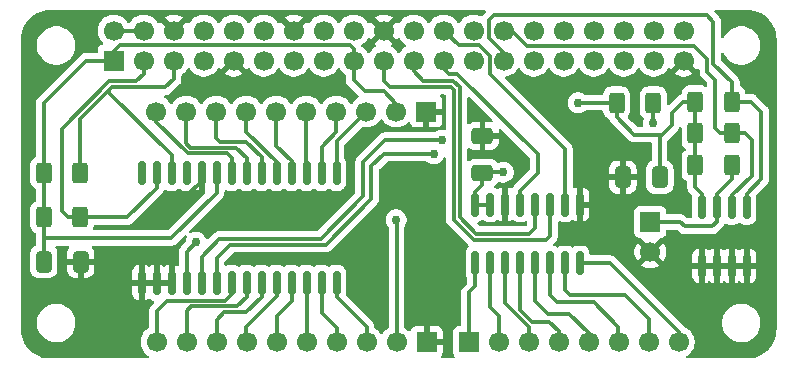
<source format=gtl>
%TF.GenerationSoftware,KiCad,Pcbnew,9.0.2-9.0.2-0~ubuntu24.04.1*%
%TF.CreationDate,2025-07-08T16:58:14-04:00*%
%TF.ProjectId,GPIO_ADC_uHAT,4750494f-5f41-4444-935f-754841542e6b,rev?*%
%TF.SameCoordinates,Original*%
%TF.FileFunction,Copper,L1,Top*%
%TF.FilePolarity,Positive*%
%FSLAX46Y46*%
G04 Gerber Fmt 4.6, Leading zero omitted, Abs format (unit mm)*
G04 Created by KiCad (PCBNEW 9.0.2-9.0.2-0~ubuntu24.04.1) date 2025-07-08 16:58:14*
%MOMM*%
%LPD*%
G01*
G04 APERTURE LIST*
G04 Aperture macros list*
%AMRoundRect*
0 Rectangle with rounded corners*
0 $1 Rounding radius*
0 $2 $3 $4 $5 $6 $7 $8 $9 X,Y pos of 4 corners*
0 Add a 4 corners polygon primitive as box body*
4,1,4,$2,$3,$4,$5,$6,$7,$8,$9,$2,$3,0*
0 Add four circle primitives for the rounded corners*
1,1,$1+$1,$2,$3*
1,1,$1+$1,$4,$5*
1,1,$1+$1,$6,$7*
1,1,$1+$1,$8,$9*
0 Add four rect primitives between the rounded corners*
20,1,$1+$1,$2,$3,$4,$5,0*
20,1,$1+$1,$4,$5,$6,$7,0*
20,1,$1+$1,$6,$7,$8,$9,0*
20,1,$1+$1,$8,$9,$2,$3,0*%
G04 Aperture macros list end*
%TA.AperFunction,ComponentPad*%
%ADD10R,1.700000X1.700000*%
%TD*%
%TA.AperFunction,ComponentPad*%
%ADD11C,1.700000*%
%TD*%
%TA.AperFunction,SMDPad,CuDef*%
%ADD12RoundRect,0.250000X-0.400000X-0.625000X0.400000X-0.625000X0.400000X0.625000X-0.400000X0.625000X0*%
%TD*%
%TA.AperFunction,SMDPad,CuDef*%
%ADD13RoundRect,0.150000X0.150000X-0.825000X0.150000X0.825000X-0.150000X0.825000X-0.150000X-0.825000X0*%
%TD*%
%TA.AperFunction,SMDPad,CuDef*%
%ADD14RoundRect,0.250000X0.412500X0.650000X-0.412500X0.650000X-0.412500X-0.650000X0.412500X-0.650000X0*%
%TD*%
%TA.AperFunction,SMDPad,CuDef*%
%ADD15RoundRect,0.150000X-0.150000X0.875000X-0.150000X-0.875000X0.150000X-0.875000X0.150000X0.875000X0*%
%TD*%
%TA.AperFunction,SMDPad,CuDef*%
%ADD16RoundRect,0.250000X0.650000X-0.412500X0.650000X0.412500X-0.650000X0.412500X-0.650000X-0.412500X0*%
%TD*%
%TA.AperFunction,SMDPad,CuDef*%
%ADD17RoundRect,0.250000X-0.412500X-0.650000X0.412500X-0.650000X0.412500X0.650000X-0.412500X0.650000X0*%
%TD*%
%TA.AperFunction,ViaPad*%
%ADD18C,0.762000*%
%TD*%
%TA.AperFunction,Conductor*%
%ADD19C,0.304800*%
%TD*%
G04 APERTURE END LIST*
D10*
%TO.P,J3,1,Pin_1*%
%TO.N,GND*%
X151860000Y-87550000D03*
D11*
%TO.P,J3,2,Pin_2*%
%TO.N,+3V3*%
X149320000Y-87550000D03*
%TO.P,J3,3,Pin_3*%
%TO.N,/GPA7*%
X146780000Y-87550000D03*
%TO.P,J3,4,Pin_4*%
%TO.N,/GPA6*%
X144240000Y-87550000D03*
%TO.P,J3,5,Pin_5*%
%TO.N,/GPA5*%
X141700000Y-87550000D03*
%TO.P,J3,6,Pin_6*%
%TO.N,/GPA4*%
X139160000Y-87550000D03*
%TO.P,J3,7,Pin_7*%
%TO.N,/GPA3*%
X136620000Y-87550000D03*
%TO.P,J3,8,Pin_8*%
%TO.N,/GPA2*%
X134080000Y-87550000D03*
%TO.P,J3,9,Pin_9*%
%TO.N,/GPA1*%
X131540000Y-87550000D03*
%TO.P,J3,10,Pin_10*%
%TO.N,/GPA0*%
X129000000Y-87550000D03*
%TD*%
D12*
%TO.P,R2,1*%
%TO.N,+3V3*%
X174600000Y-72600000D03*
%TO.P,R2,2*%
%TO.N,Net-(J5-Pin_1)*%
X177700000Y-72600000D03*
%TD*%
D13*
%TO.P,U3,1,A0*%
%TO.N,GND*%
X175160000Y-81100000D03*
%TO.P,U3,2,A1*%
X176430000Y-81100000D03*
%TO.P,U3,3,A2*%
X177700000Y-81100000D03*
%TO.P,U3,4,GND*%
X178970000Y-81100000D03*
%TO.P,U3,5,SDA*%
%TO.N,ID_SDA*%
X178970000Y-76150000D03*
%TO.P,U3,6,SCL*%
%TO.N,ID_SCL*%
X177700000Y-76150000D03*
%TO.P,U3,7,WP*%
%TO.N,Net-(J5-Pin_1)*%
X176430000Y-76150000D03*
%TO.P,U3,8,VCC*%
%TO.N,+3V3*%
X175160000Y-76150000D03*
%TD*%
D14*
%TO.P,C3,1*%
%TO.N,+3V3*%
X171600000Y-73600000D03*
%TO.P,C3,2*%
%TO.N,GND*%
X168475000Y-73600000D03*
%TD*%
D12*
%TO.P,R6,1*%
%TO.N,+3V3*%
X119450000Y-73250000D03*
%TO.P,R6,2*%
%TO.N,SCL*%
X122550000Y-73250000D03*
%TD*%
%TO.P,R4,1*%
%TO.N,+3V3*%
X174600000Y-69900000D03*
%TO.P,R4,2*%
%TO.N,ID_SCL*%
X177700000Y-69900000D03*
%TD*%
D10*
%TO.P,J1,1,+3V3*%
%TO.N,+3V3*%
X125370000Y-63740000D03*
D11*
%TO.P,J1,2,+5V*%
%TO.N,+5V*%
X125370000Y-61200000D03*
%TO.P,J1,3,GPIO2*%
%TO.N,SDA*%
X127910000Y-63740000D03*
%TO.P,J1,4,+5V*%
%TO.N,+5V*%
X127910000Y-61200000D03*
%TO.P,J1,5,GPIO3*%
%TO.N,SCL*%
X130450000Y-63740000D03*
%TO.P,J1,6,GND*%
%TO.N,GND*%
X130450000Y-61200000D03*
%TO.P,J1,7,GPIO4*%
%TO.N,unconnected-(J1-GPIO4-Pad7)*%
X132990000Y-63740000D03*
%TO.P,J1,8,GPIO14*%
%TO.N,unconnected-(J1-GPIO14-Pad8)*%
X132990000Y-61200000D03*
%TO.P,J1,9,GND*%
%TO.N,GND*%
X135530000Y-63740000D03*
%TO.P,J1,10,GPIO15*%
%TO.N,unconnected-(J1-GPIO15-Pad10)*%
X135530000Y-61200000D03*
%TO.P,J1,11,GPIO17*%
%TO.N,unconnected-(J1-GPIO17-Pad11)*%
X138070000Y-63740000D03*
%TO.P,J1,12,GPIO18*%
%TO.N,unconnected-(J1-GPIO18-Pad12)*%
X138070000Y-61200000D03*
%TO.P,J1,13,GPIO27*%
%TO.N,unconnected-(J1-GPIO27-Pad13)*%
X140610000Y-63740000D03*
%TO.P,J1,14,GND*%
%TO.N,GND*%
X140610000Y-61200000D03*
%TO.P,J1,15,GPIO22*%
%TO.N,unconnected-(J1-GPIO22-Pad15)*%
X143150000Y-63740000D03*
%TO.P,J1,16,GPIO23*%
%TO.N,unconnected-(J1-GPIO23-Pad16)*%
X143150000Y-61200000D03*
%TO.P,J1,17,+3V3*%
%TO.N,+3V3*%
X145690000Y-63740000D03*
%TO.P,J1,18,GPIO24*%
%TO.N,unconnected-(J1-GPIO24-Pad18)*%
X145690000Y-61200000D03*
%TO.P,J1,19,GPIO10*%
%TO.N,MOSI*%
X148230000Y-63740000D03*
%TO.P,J1,20,GND*%
%TO.N,GND*%
X148230000Y-61200000D03*
%TO.P,J1,21,GPIO9*%
%TO.N,MISO*%
X150770000Y-63740000D03*
%TO.P,J1,22,GPIO25*%
%TO.N,unconnected-(J1-GPIO25-Pad22)*%
X150770000Y-61200000D03*
%TO.P,J1,23,GPIO11*%
%TO.N,SCLK*%
X153310000Y-63740000D03*
%TO.P,J1,24,GPIO8*%
%TO.N,CE0*%
X153310000Y-61200000D03*
%TO.P,J1,25,GND*%
%TO.N,GND*%
X155850000Y-63740000D03*
%TO.P,J1,26,GPIO7*%
%TO.N,unconnected-(J1-GPIO7-Pad26)*%
X155850000Y-61200000D03*
%TO.P,J1,27,GPIO0*%
%TO.N,ID_SDA*%
X158390000Y-63740000D03*
%TO.P,J1,28,GPIO1*%
%TO.N,ID_SCL*%
X158390000Y-61200000D03*
%TO.P,J1,29,GPIO5*%
%TO.N,INTB*%
X160930000Y-63740000D03*
%TO.P,J1,30,GND*%
%TO.N,GND*%
X160930000Y-61200000D03*
%TO.P,J1,31,GPIO6*%
%TO.N,INTA*%
X163470000Y-63740000D03*
%TO.P,J1,32,GPIO12*%
%TO.N,unconnected-(J1-GPIO12-Pad32)*%
X163470000Y-61200000D03*
%TO.P,J1,33,GPIO13*%
%TO.N,unconnected-(J1-GPIO13-Pad33)*%
X166010000Y-63740000D03*
%TO.P,J1,34,GND*%
%TO.N,GND*%
X166010000Y-61200000D03*
%TO.P,J1,35,GPIO19*%
%TO.N,unconnected-(J1-GPIO19-Pad35)*%
X168550000Y-63740000D03*
%TO.P,J1,36,GPIO16*%
%TO.N,unconnected-(J1-GPIO16-Pad36)*%
X168550000Y-61200000D03*
%TO.P,J1,37,GPIO26*%
%TO.N,~{RST_23017}*%
X171090000Y-63740000D03*
%TO.P,J1,38,GPIO20*%
%TO.N,unconnected-(J1-GPIO20-Pad38)*%
X171090000Y-61200000D03*
%TO.P,J1,39,GND*%
%TO.N,GND*%
X173630000Y-63740000D03*
%TO.P,J1,40,GPIO21*%
%TO.N,unconnected-(J1-GPIO21-Pad40)*%
X173630000Y-61200000D03*
%TD*%
D12*
%TO.P,R1,1*%
%TO.N,+3V3*%
X167950000Y-67300000D03*
%TO.P,R1,2*%
%TO.N,~{RST_23017}*%
X171050000Y-67300000D03*
%TD*%
D10*
%TO.P,J2,1,Pin_1*%
%TO.N,GND*%
X151830000Y-68050000D03*
D11*
%TO.P,J2,2,Pin_2*%
%TO.N,+3V3*%
X149290000Y-68050000D03*
%TO.P,J2,3,Pin_3*%
%TO.N,/GPB0*%
X146750000Y-68050000D03*
%TO.P,J2,4,Pin_4*%
%TO.N,/GPB1*%
X144210000Y-68050000D03*
%TO.P,J2,5,Pin_5*%
%TO.N,/GPB2*%
X141670000Y-68050000D03*
%TO.P,J2,6,Pin_6*%
%TO.N,/GPB3*%
X139130000Y-68050000D03*
%TO.P,J2,7,Pin_7*%
%TO.N,/GPB4*%
X136590000Y-68050000D03*
%TO.P,J2,8,Pin_8*%
%TO.N,/GPB5*%
X134050000Y-68050000D03*
%TO.P,J2,9,Pin_9*%
%TO.N,/GPB6*%
X131510000Y-68050000D03*
%TO.P,J2,10,Pin_10*%
%TO.N,/GPB7*%
X128970000Y-68050000D03*
%TD*%
D15*
%TO.P,U1,1,GPB0*%
%TO.N,/GPB0*%
X144235000Y-73250000D03*
%TO.P,U1,2,GPB1*%
%TO.N,/GPB1*%
X142965000Y-73250000D03*
%TO.P,U1,3,GPB2*%
%TO.N,/GPB2*%
X141695000Y-73250000D03*
%TO.P,U1,4,GPB3*%
%TO.N,/GPB3*%
X140425000Y-73250000D03*
%TO.P,U1,5,GPB4*%
%TO.N,/GPB4*%
X139155000Y-73250000D03*
%TO.P,U1,6,GPB5*%
%TO.N,/GPB5*%
X137885000Y-73250000D03*
%TO.P,U1,7,GPB6*%
%TO.N,/GPB6*%
X136615000Y-73250000D03*
%TO.P,U1,8,GPB7*%
%TO.N,/GPB7*%
X135345000Y-73250000D03*
%TO.P,U1,9,VDD*%
%TO.N,+3V3*%
X134075000Y-73250000D03*
%TO.P,U1,10,VSS*%
%TO.N,GND*%
X132805000Y-73250000D03*
%TO.P,U1,11,NC*%
%TO.N,unconnected-(U1-NC-Pad11)*%
X131535000Y-73250000D03*
%TO.P,U1,12,SCK*%
%TO.N,SCL*%
X130265000Y-73250000D03*
%TO.P,U1,13,SDA*%
%TO.N,SDA*%
X128995000Y-73250000D03*
%TO.P,U1,14,NC*%
%TO.N,unconnected-(U1-NC-Pad14)*%
X127725000Y-73250000D03*
%TO.P,U1,15,A0*%
%TO.N,GND*%
X127725000Y-82550000D03*
%TO.P,U1,16,A1*%
X128995000Y-82550000D03*
%TO.P,U1,17,A2*%
X130265000Y-82550000D03*
%TO.P,U1,18,~{RESET}*%
%TO.N,~{RST_23017}*%
X131535000Y-82550000D03*
%TO.P,U1,19,INTB*%
%TO.N,INTB*%
X132805000Y-82550000D03*
%TO.P,U1,20,INTA*%
%TO.N,INTA*%
X134075000Y-82550000D03*
%TO.P,U1,21,GPA0*%
%TO.N,/GPA0*%
X135345000Y-82550000D03*
%TO.P,U1,22,GPA1*%
%TO.N,/GPA1*%
X136615000Y-82550000D03*
%TO.P,U1,23,GPA2*%
%TO.N,/GPA2*%
X137885000Y-82550000D03*
%TO.P,U1,24,GPA3*%
%TO.N,/GPA3*%
X139155000Y-82550000D03*
%TO.P,U1,25,GPA4*%
%TO.N,/GPA4*%
X140425000Y-82550000D03*
%TO.P,U1,26,GPA5*%
%TO.N,/GPA5*%
X141695000Y-82550000D03*
%TO.P,U1,27,GPA6*%
%TO.N,/GPA6*%
X142965000Y-82550000D03*
%TO.P,U1,28,GPA7*%
%TO.N,/GPA7*%
X144235000Y-82550000D03*
%TD*%
D12*
%TO.P,R3,1*%
%TO.N,+3V3*%
X174600000Y-67200000D03*
%TO.P,R3,2*%
%TO.N,ID_SDA*%
X177700000Y-67200000D03*
%TD*%
D16*
%TO.P,C2,1*%
%TO.N,+3V3*%
X156590000Y-73252500D03*
%TO.P,C2,2*%
%TO.N,GND*%
X156590000Y-70127500D03*
%TD*%
D10*
%TO.P,J4,1,Pin_1*%
%TO.N,/CH0*%
X155430000Y-87550000D03*
D11*
%TO.P,J4,2,Pin_2*%
%TO.N,/CH1*%
X157970000Y-87550000D03*
%TO.P,J4,3,Pin_3*%
%TO.N,/CH2*%
X160510000Y-87550000D03*
%TO.P,J4,4,Pin_4*%
%TO.N,/CH3*%
X163050000Y-87550000D03*
%TO.P,J4,5,Pin_5*%
%TO.N,/CH4*%
X165590000Y-87550000D03*
%TO.P,J4,6,Pin_6*%
%TO.N,/CH5*%
X168130000Y-87550000D03*
%TO.P,J4,7,Pin_7*%
%TO.N,/CH6*%
X170670000Y-87550000D03*
%TO.P,J4,8,Pin_8*%
%TO.N,/CH7*%
X173210000Y-87550000D03*
%TD*%
D17*
%TO.P,C1,1*%
%TO.N,+3V3*%
X119437500Y-80750000D03*
%TO.P,C1,2*%
%TO.N,GND*%
X122562500Y-80750000D03*
%TD*%
D10*
%TO.P,J5,1,Pin_1*%
%TO.N,Net-(J5-Pin_1)*%
X170800000Y-77400000D03*
D11*
%TO.P,J5,2,Pin_2*%
%TO.N,GND*%
X170800000Y-79940000D03*
%TD*%
D12*
%TO.P,R5,1*%
%TO.N,+3V3*%
X119450000Y-77000000D03*
%TO.P,R5,2*%
%TO.N,SDA*%
X122550000Y-77000000D03*
%TD*%
D13*
%TO.P,U4,1,CH0*%
%TO.N,/CH0*%
X155955000Y-80875000D03*
%TO.P,U4,2,CH1*%
%TO.N,/CH1*%
X157225000Y-80875000D03*
%TO.P,U4,3,CH2*%
%TO.N,/CH2*%
X158495000Y-80875000D03*
%TO.P,U4,4,CH3*%
%TO.N,/CH3*%
X159765000Y-80875000D03*
%TO.P,U4,5,CH4*%
%TO.N,/CH4*%
X161035000Y-80875000D03*
%TO.P,U4,6,CH5*%
%TO.N,/CH5*%
X162305000Y-80875000D03*
%TO.P,U4,7,CH6*%
%TO.N,/CH6*%
X163575000Y-80875000D03*
%TO.P,U4,8,CH7*%
%TO.N,/CH7*%
X164845000Y-80875000D03*
%TO.P,U4,9,DGND*%
%TO.N,GND*%
X164845000Y-75925000D03*
%TO.P,U4,10,~{CS}/SHDN*%
%TO.N,CE0*%
X163575000Y-75925000D03*
%TO.P,U4,11,Din*%
%TO.N,MOSI*%
X162305000Y-75925000D03*
%TO.P,U4,12,Dout*%
%TO.N,MISO*%
X161035000Y-75925000D03*
%TO.P,U4,13,CLK*%
%TO.N,SCLK*%
X159765000Y-75925000D03*
%TO.P,U4,14,AGND*%
%TO.N,GND*%
X158495000Y-75925000D03*
%TO.P,U4,15,Vref*%
%TO.N,+3V3*%
X157225000Y-75925000D03*
%TO.P,U4,16,Vdd*%
X155955000Y-75925000D03*
%TD*%
D18*
%TO.N,GND*%
X151000000Y-82250000D03*
X120500000Y-88250000D03*
X167250000Y-69500000D03*
X172750000Y-71250000D03*
X164750000Y-69500000D03*
X165000000Y-65750000D03*
X126000000Y-86500000D03*
X137000000Y-65750000D03*
X153750000Y-84500000D03*
X152750000Y-75000000D03*
X180750000Y-87000000D03*
X125250000Y-80000000D03*
X129250000Y-80000000D03*
X122750000Y-62500000D03*
X147500000Y-83250000D03*
X158500000Y-71000000D03*
X173250000Y-75250000D03*
X122500000Y-88250000D03*
X139000000Y-76500000D03*
X146000000Y-83250000D03*
X124250000Y-82500000D03*
X126000000Y-88250000D03*
X164250000Y-78250000D03*
X174750000Y-65500000D03*
X174750000Y-84000000D03*
X164750000Y-71750000D03*
X151000000Y-83750000D03*
X122500000Y-61000000D03*
X118250000Y-86000000D03*
X166500000Y-78250000D03*
X152750000Y-76750000D03*
X118000000Y-65000000D03*
X118500000Y-87500000D03*
X137250000Y-77500000D03*
X146000000Y-81000000D03*
X140750000Y-77500000D03*
X168500000Y-78250000D03*
X180750000Y-84750000D03*
X124250000Y-84500000D03*
X139500000Y-65750000D03*
X135750000Y-76500000D03*
X142750000Y-76500000D03*
X178750000Y-60000000D03*
X152750000Y-82250000D03*
X172500000Y-65750000D03*
X180750000Y-80000000D03*
X151000000Y-76750000D03*
X170250000Y-71750000D03*
X179000000Y-88250000D03*
X118250000Y-82750000D03*
X151000000Y-80500000D03*
X180750000Y-82250000D03*
X166000000Y-70750000D03*
X179750000Y-64750000D03*
X180750000Y-62250000D03*
X180750000Y-75250000D03*
X173500000Y-81000000D03*
X118250000Y-62500000D03*
X124250000Y-86500000D03*
X166500000Y-65750000D03*
X121000000Y-82750000D03*
X179000000Y-78500000D03*
X126000000Y-82500000D03*
X152750000Y-80500000D03*
X172000000Y-82750000D03*
X151000000Y-75000000D03*
X156000000Y-68000000D03*
X124250000Y-88250000D03*
X180750000Y-77250000D03*
X157000000Y-71750000D03*
X126000000Y-84500000D03*
X128500000Y-77000000D03*
X166500000Y-76000000D03*
X130250000Y-76500000D03*
X142500000Y-65750000D03*
X118250000Y-84250000D03*
X147500000Y-77250000D03*
X176750000Y-88250000D03*
X147500000Y-81000000D03*
X160000000Y-72750000D03*
X181000000Y-66000000D03*
X119750000Y-60000000D03*
X162250000Y-66750000D03*
X134250000Y-65750000D03*
%TO.N,+3V3*%
X164700000Y-67300000D03*
X149290000Y-77200000D03*
X158360000Y-73190000D03*
%TO.N,INTA*%
X152450000Y-71620000D03*
%TO.N,INTB*%
X153160000Y-70460000D03*
%TO.N,~{RST_23017}*%
X132350000Y-79120000D03*
X171050000Y-69000000D03*
%TD*%
D19*
%TO.N,GND*%
X132805000Y-73250000D02*
X132805000Y-73945000D01*
X132805000Y-73945000D02*
X130250000Y-76500000D01*
X156590000Y-70127500D02*
X158127500Y-70127500D01*
X158500000Y-70500000D02*
X158500000Y-71000000D01*
X156590000Y-70127500D02*
X156590000Y-68590000D01*
X156590000Y-68590000D02*
X156000000Y-68000000D01*
X158127500Y-70127500D02*
X158500000Y-70500000D01*
%TO.N,+3V3*%
X175160000Y-75010000D02*
X174600000Y-74450000D01*
X172600000Y-68200000D02*
X172600000Y-69200000D01*
X156590000Y-74240000D02*
X156590000Y-73252500D01*
X173600000Y-67200000D02*
X172600000Y-68200000D01*
X123010000Y-63740000D02*
X119450000Y-67300000D01*
X174600000Y-74450000D02*
X174600000Y-72600000D01*
X174600000Y-69900000D02*
X174600000Y-67200000D01*
X146620000Y-66340000D02*
X148250000Y-66340000D01*
X156657500Y-73320000D02*
X156590000Y-73252500D01*
X149320000Y-77230000D02*
X149320000Y-87550000D01*
X169450000Y-70000000D02*
X167950000Y-68500000D01*
X125370000Y-63740000D02*
X125370000Y-62901865D01*
X155955000Y-75925000D02*
X155955000Y-74875000D01*
X134075000Y-74925000D02*
X130250000Y-78750000D01*
X145363400Y-62403400D02*
X145690000Y-62730000D01*
X167950000Y-68500000D02*
X167950000Y-67300000D01*
X149290000Y-67380000D02*
X149290000Y-68050000D01*
X145690000Y-63740000D02*
X145690000Y-65410000D01*
X149290000Y-77200000D02*
X149320000Y-77230000D01*
X171800000Y-70000000D02*
X171600000Y-70000000D01*
X119450000Y-67300000D02*
X119450000Y-73250000D01*
X145690000Y-65410000D02*
X146620000Y-66340000D01*
X175160000Y-76150000D02*
X175160000Y-75010000D01*
X130250000Y-78750000D02*
X119450000Y-78750000D01*
X125868465Y-62403400D02*
X145363400Y-62403400D01*
X125370000Y-62901865D02*
X125868465Y-62403400D01*
X171600000Y-70000000D02*
X169450000Y-70000000D01*
X172600000Y-69200000D02*
X171800000Y-70000000D01*
X119450000Y-80737500D02*
X119437500Y-80750000D01*
X125370000Y-63740000D02*
X123010000Y-63740000D01*
X134075000Y-73250000D02*
X134075000Y-74925000D01*
X174600000Y-72600000D02*
X174600000Y-69900000D01*
X145690000Y-62730000D02*
X145690000Y-63740000D01*
X155955000Y-74875000D02*
X156590000Y-74240000D01*
X119450000Y-77000000D02*
X119450000Y-78750000D01*
X158360000Y-73190000D02*
X156652500Y-73190000D01*
X119450000Y-78750000D02*
X119450000Y-80737500D01*
X156652500Y-73190000D02*
X156590000Y-73252500D01*
X164700000Y-67300000D02*
X167950000Y-67300000D01*
X171600000Y-73600000D02*
X171600000Y-70000000D01*
X148250000Y-66340000D02*
X149290000Y-67380000D01*
X157225000Y-75925000D02*
X155955000Y-75925000D01*
X174600000Y-67200000D02*
X173600000Y-67200000D01*
X119450000Y-73250000D02*
X119450000Y-77000000D01*
%TO.N,ID_SCL*%
X176740000Y-69900000D02*
X177700000Y-69900000D01*
X175634200Y-64734200D02*
X176250000Y-65350000D01*
X176250000Y-69410000D02*
X176740000Y-69900000D01*
X158390000Y-61200000D02*
X159080000Y-61200000D01*
X159080000Y-61200000D02*
X160340000Y-62460000D01*
X177700000Y-75150000D02*
X179370000Y-73480000D01*
X178810000Y-69900000D02*
X177700000Y-69900000D01*
X179370000Y-70460000D02*
X178810000Y-69900000D01*
X175634200Y-63594200D02*
X175634200Y-64734200D01*
X179370000Y-73480000D02*
X179370000Y-70460000D01*
X174500000Y-62460000D02*
X175634200Y-63594200D01*
X177700000Y-76150000D02*
X177700000Y-75150000D01*
X176250000Y-65350000D02*
X176250000Y-69410000D01*
X160340000Y-62460000D02*
X174500000Y-62460000D01*
%TO.N,SDA*%
X128995000Y-73250000D02*
X128995000Y-74505000D01*
X127910000Y-63740000D02*
X127910000Y-64840000D01*
X121000000Y-76500000D02*
X121500000Y-77000000D01*
X127910000Y-64840000D02*
X127255800Y-65494200D01*
X121000000Y-69500000D02*
X121000000Y-76500000D01*
X127255800Y-65494200D02*
X125005800Y-65494200D01*
X126500000Y-77000000D02*
X122550000Y-77000000D01*
X121500000Y-77000000D02*
X122550000Y-77000000D01*
X128995000Y-74505000D02*
X126500000Y-77000000D01*
X125005800Y-65494200D02*
X121000000Y-69500000D01*
%TO.N,+5V*%
X125370000Y-61200000D02*
X127910000Y-61200000D01*
%TO.N,SCLK*%
X161250000Y-71650000D02*
X154460000Y-64860000D01*
X159765000Y-75925000D02*
X159765000Y-74735000D01*
X154460000Y-64860000D02*
X153720000Y-64860000D01*
X153310000Y-64450000D02*
X153310000Y-63740000D01*
X161250000Y-73250000D02*
X161250000Y-71650000D01*
X159765000Y-74735000D02*
X161250000Y-73250000D01*
X153720000Y-64860000D02*
X153310000Y-64450000D01*
%TO.N,MOSI*%
X148750000Y-65950000D02*
X153900000Y-65950000D01*
X148230000Y-65430000D02*
X148750000Y-65950000D01*
X154140000Y-66190000D02*
X154140000Y-77195309D01*
X161994200Y-78905800D02*
X162305000Y-78595000D01*
X154140000Y-77195309D02*
X155850491Y-78905800D01*
X162305000Y-78595000D02*
X162305000Y-75925000D01*
X153900000Y-65950000D02*
X154140000Y-66190000D01*
X148230000Y-63740000D02*
X148230000Y-65430000D01*
X155850491Y-78905800D02*
X161994200Y-78905800D01*
%TO.N,MISO*%
X151584200Y-65444200D02*
X154109510Y-65444200D01*
X154650000Y-76990000D02*
X156060000Y-78400000D01*
X156060000Y-78400000D02*
X160550000Y-78400000D01*
X160550000Y-78400000D02*
X161035000Y-77915000D01*
X161035000Y-77915000D02*
X161035000Y-75925000D01*
X154109510Y-65444200D02*
X154650000Y-65984690D01*
X150770000Y-64630000D02*
X151584200Y-65444200D01*
X150770000Y-63740000D02*
X150770000Y-64630000D01*
X154650000Y-65984690D02*
X154650000Y-76990000D01*
%TO.N,ID_SDA*%
X178970000Y-75000000D02*
X180210000Y-73760000D01*
X178970000Y-76150000D02*
X178970000Y-75000000D01*
X180210000Y-73760000D02*
X180210000Y-68060000D01*
X157120000Y-61830000D02*
X157120000Y-60320000D01*
X176140000Y-60480000D02*
X176140000Y-64030000D01*
X175570000Y-59910000D02*
X176140000Y-60480000D01*
X176140000Y-64030000D02*
X177700000Y-65590000D01*
X157120000Y-60320000D02*
X157530000Y-59910000D01*
X157530000Y-59910000D02*
X175570000Y-59910000D01*
X180210000Y-68060000D02*
X179350000Y-67200000D01*
X158390000Y-63740000D02*
X158390000Y-63100000D01*
X179350000Y-67200000D02*
X177700000Y-67200000D01*
X177700000Y-65590000D02*
X177700000Y-67200000D01*
X158390000Y-63100000D02*
X157120000Y-61830000D01*
%TO.N,INTA*%
X147190000Y-72690000D02*
X147190000Y-75440000D01*
X143314200Y-79315800D02*
X135234200Y-79315800D01*
X135234200Y-79315800D02*
X134075000Y-80475000D01*
X134075000Y-80475000D02*
X134075000Y-82550000D01*
X152450000Y-71620000D02*
X148260000Y-71620000D01*
X148260000Y-71620000D02*
X147190000Y-72690000D01*
X147190000Y-75440000D02*
X143314200Y-79315800D01*
%TO.N,SCL*%
X122550000Y-68700000D02*
X122550000Y-71000000D01*
X125000000Y-66500000D02*
X125000000Y-66250000D01*
X129750000Y-66000000D02*
X125250000Y-66000000D01*
X125250000Y-66000000D02*
X125000000Y-66250000D01*
X130265000Y-73250000D02*
X130265000Y-71765000D01*
X130450000Y-63740000D02*
X130450000Y-65300000D01*
X130265000Y-71765000D02*
X125000000Y-66500000D01*
X130450000Y-65300000D02*
X129750000Y-66000000D01*
X125000000Y-66250000D02*
X122550000Y-68700000D01*
X122550000Y-71000000D02*
X122550000Y-73250000D01*
%TO.N,Net-(J5-Pin_1)*%
X173700000Y-77750000D02*
X173350000Y-77400000D01*
X176430000Y-77370000D02*
X176050000Y-77750000D01*
X176430000Y-76150000D02*
X176430000Y-75000000D01*
X176050000Y-77750000D02*
X173700000Y-77750000D01*
X173350000Y-77400000D02*
X170800000Y-77400000D01*
X176430000Y-75000000D02*
X177700000Y-73730000D01*
X176430000Y-76150000D02*
X176430000Y-77370000D01*
X177700000Y-73730000D02*
X177700000Y-72600000D01*
%TO.N,INTB*%
X153160000Y-70460000D02*
X148340000Y-70460000D01*
X146490000Y-75220000D02*
X142900000Y-78810000D01*
X142900000Y-78810000D02*
X134320000Y-78810000D01*
X132805000Y-80325000D02*
X132805000Y-82550000D01*
X146490000Y-72310000D02*
X146490000Y-75220000D01*
X148340000Y-70460000D02*
X146490000Y-72310000D01*
X134320000Y-78810000D02*
X132805000Y-80325000D01*
%TO.N,/GPB5*%
X136538400Y-70588400D02*
X137885000Y-71935000D01*
X134050000Y-68050000D02*
X134050000Y-70288400D01*
X134050000Y-70288400D02*
X134350000Y-70588400D01*
X137885000Y-71935000D02*
X137885000Y-73250000D01*
X134350000Y-70588400D02*
X136538400Y-70588400D01*
%TO.N,CE0*%
X153310000Y-61200000D02*
X154560000Y-62450000D01*
X163575000Y-71225000D02*
X163575000Y-75925000D01*
X157186600Y-64836600D02*
X163575000Y-71225000D01*
X154560000Y-62450000D02*
X156261865Y-62450000D01*
X156261865Y-62450000D02*
X157186600Y-63374735D01*
X157186600Y-63374735D02*
X157186600Y-64836600D01*
%TO.N,~{RST_23017}*%
X132350000Y-79120000D02*
X131535000Y-79935000D01*
X131535000Y-79935000D02*
X131535000Y-82550000D01*
X171050000Y-67300000D02*
X171050000Y-69000000D01*
%TO.N,/GPB7*%
X134950000Y-71600000D02*
X135345000Y-71995000D01*
X128970000Y-68929510D02*
X131640491Y-71600000D01*
X128970000Y-68050000D02*
X128970000Y-68929510D01*
X131640491Y-71600000D02*
X134950000Y-71600000D01*
X135345000Y-71995000D02*
X135345000Y-73250000D01*
%TO.N,/GPB4*%
X136590000Y-69790000D02*
X139155000Y-72355000D01*
X136590000Y-68050000D02*
X136590000Y-69790000D01*
X139155000Y-72355000D02*
X139155000Y-73250000D01*
%TO.N,/GPB0*%
X146750000Y-68050000D02*
X144235000Y-70565000D01*
X144235000Y-70565000D02*
X144235000Y-73250000D01*
%TO.N,/GPB2*%
X141670000Y-73225000D02*
X141695000Y-73250000D01*
X141670000Y-68050000D02*
X141670000Y-73225000D01*
%TO.N,/GPB6*%
X131510000Y-68050000D02*
X131510000Y-70754200D01*
X131510000Y-70754200D02*
X131850000Y-71094200D01*
X136615000Y-71965000D02*
X136615000Y-73250000D01*
X131850000Y-71094200D02*
X135744200Y-71094200D01*
X135744200Y-71094200D02*
X136615000Y-71965000D01*
%TO.N,/GPB1*%
X142965000Y-71035000D02*
X142965000Y-73250000D01*
X144210000Y-69790000D02*
X142965000Y-71035000D01*
X144210000Y-68050000D02*
X144210000Y-69790000D01*
%TO.N,/GPB3*%
X139130000Y-68050000D02*
X139130000Y-70930000D01*
X140425000Y-72225001D02*
X140425000Y-73250000D01*
X139130000Y-70930000D02*
X140425000Y-72225001D01*
%TO.N,/GPA6*%
X144240000Y-86340000D02*
X144240000Y-87550000D01*
X142965000Y-82550000D02*
X142965000Y-85065000D01*
X142965000Y-85065000D02*
X144240000Y-86340000D01*
%TO.N,/GPA3*%
X139155000Y-82550000D02*
X139155000Y-83695000D01*
X139155000Y-83695000D02*
X136600000Y-86250000D01*
X136600000Y-86250000D02*
X136600000Y-87530000D01*
X136600000Y-87530000D02*
X136620000Y-87550000D01*
%TO.N,/GPA5*%
X141695000Y-82550000D02*
X141695000Y-87545000D01*
X141695000Y-87545000D02*
X141700000Y-87550000D01*
%TO.N,/GPA4*%
X140425000Y-82550000D02*
X140425000Y-84075000D01*
X139160000Y-85340000D02*
X139160000Y-87550000D01*
X140425000Y-84075000D02*
X139160000Y-85340000D01*
%TO.N,/GPA0*%
X129000000Y-84950000D02*
X129000000Y-87550000D01*
X135345000Y-82550000D02*
X135345000Y-83505000D01*
X135345000Y-83505000D02*
X134800000Y-84050000D01*
X134800000Y-84050000D02*
X129900000Y-84050000D01*
X129900000Y-84050000D02*
X129000000Y-84950000D01*
%TO.N,/GPA7*%
X144235000Y-83735000D02*
X144235000Y-82550000D01*
X146780000Y-86280000D02*
X144235000Y-83735000D01*
X146780000Y-87550000D02*
X146780000Y-86280000D01*
%TO.N,/GPA2*%
X134080000Y-85720000D02*
X134080000Y-87550000D01*
X136588400Y-85061600D02*
X134738400Y-85061600D01*
X137885000Y-83765000D02*
X136588400Y-85061600D01*
X134738400Y-85061600D02*
X134080000Y-85720000D01*
X137885000Y-82550000D02*
X137885000Y-83765000D01*
%TO.N,/GPA1*%
X136615000Y-83735000D02*
X135794200Y-84555800D01*
X135794200Y-84555800D02*
X131894200Y-84555800D01*
X136615000Y-82550000D02*
X136615000Y-83735000D01*
X131540000Y-84910000D02*
X131540000Y-87550000D01*
X131894200Y-84555800D02*
X131540000Y-84910000D01*
%TO.N,/CH5*%
X162305000Y-83555000D02*
X162900000Y-84150000D01*
X168100000Y-87520000D02*
X168130000Y-87550000D01*
X166000000Y-84150000D02*
X168100000Y-86250000D01*
X168100000Y-86250000D02*
X168100000Y-87520000D01*
X162305000Y-80875000D02*
X162305000Y-83555000D01*
X162900000Y-84150000D02*
X166000000Y-84150000D01*
%TO.N,/CH0*%
X155430000Y-83370000D02*
X155955000Y-82845000D01*
X155430000Y-87550000D02*
X155430000Y-83370000D01*
X155955000Y-82845000D02*
X155955000Y-80875000D01*
%TO.N,/CH2*%
X160510000Y-87550000D02*
X160510000Y-86310000D01*
X160510000Y-86310000D02*
X158495000Y-84295000D01*
X158495000Y-84295000D02*
X158495000Y-80875000D01*
%TO.N,/CH4*%
X165590000Y-86840000D02*
X165590000Y-87550000D01*
X161035000Y-84085000D02*
X162100000Y-85150000D01*
X161035000Y-80875000D02*
X161035000Y-84085000D01*
X163900000Y-85150000D02*
X165590000Y-86840000D01*
X162100000Y-85150000D02*
X163900000Y-85150000D01*
%TO.N,/CH7*%
X173210000Y-86710000D02*
X173210000Y-87550000D01*
X167375000Y-80875000D02*
X173210000Y-86710000D01*
X164845000Y-80875000D02*
X167375000Y-80875000D01*
%TO.N,/CH1*%
X157225000Y-84625000D02*
X157970000Y-85370000D01*
X157225000Y-80875000D02*
X157225000Y-84625000D01*
X157970000Y-85370000D02*
X157970000Y-87550000D01*
%TO.N,/CH6*%
X163575000Y-83175000D02*
X164000000Y-83600000D01*
X170670000Y-85620000D02*
X170670000Y-87550000D01*
X168650000Y-83600000D02*
X170670000Y-85620000D01*
X163575000Y-80875000D02*
X163575000Y-83175000D01*
X164000000Y-83600000D02*
X168650000Y-83600000D01*
%TO.N,/CH3*%
X163050000Y-86650000D02*
X163050000Y-87550000D01*
X159765000Y-80875000D02*
X159765000Y-84849690D01*
X159765000Y-84849690D02*
X160765310Y-85850000D01*
X162250000Y-85850000D02*
X163050000Y-86650000D01*
X160765310Y-85850000D02*
X162250000Y-85850000D01*
%TD*%
%TA.AperFunction,Conductor*%
%TO.N,GND*%
G36*
X156833836Y-59470185D02*
G01*
X156879591Y-59522989D01*
X156889535Y-59592147D01*
X156860510Y-59655703D01*
X156854478Y-59662181D01*
X156612863Y-59903794D01*
X156612860Y-59903797D01*
X156589738Y-59938403D01*
X156536125Y-59983208D01*
X156466800Y-59991915D01*
X156430342Y-59979997D01*
X156368417Y-59948445D01*
X156368414Y-59948444D01*
X156368412Y-59948443D01*
X156166243Y-59882754D01*
X156166241Y-59882753D01*
X156166240Y-59882753D01*
X156004957Y-59857208D01*
X155956287Y-59849500D01*
X155743713Y-59849500D01*
X155695042Y-59857208D01*
X155533760Y-59882753D01*
X155331585Y-59948444D01*
X155142179Y-60044951D01*
X154970213Y-60169890D01*
X154819890Y-60320213D01*
X154694949Y-60492182D01*
X154690484Y-60500946D01*
X154642509Y-60551742D01*
X154574688Y-60568536D01*
X154508553Y-60545998D01*
X154469516Y-60500946D01*
X154465050Y-60492182D01*
X154340109Y-60320213D01*
X154189786Y-60169890D01*
X154017820Y-60044951D01*
X153828414Y-59948444D01*
X153828413Y-59948443D01*
X153828412Y-59948443D01*
X153626243Y-59882754D01*
X153626241Y-59882753D01*
X153626240Y-59882753D01*
X153464957Y-59857208D01*
X153416287Y-59849500D01*
X153203713Y-59849500D01*
X153155042Y-59857208D01*
X152993760Y-59882753D01*
X152791585Y-59948444D01*
X152602179Y-60044951D01*
X152430213Y-60169890D01*
X152279890Y-60320213D01*
X152154949Y-60492182D01*
X152150484Y-60500946D01*
X152102509Y-60551742D01*
X152034688Y-60568536D01*
X151968553Y-60545998D01*
X151929516Y-60500946D01*
X151925050Y-60492182D01*
X151800109Y-60320213D01*
X151649786Y-60169890D01*
X151477820Y-60044951D01*
X151288414Y-59948444D01*
X151288413Y-59948443D01*
X151288412Y-59948443D01*
X151086243Y-59882754D01*
X151086241Y-59882753D01*
X151086240Y-59882753D01*
X150924957Y-59857208D01*
X150876287Y-59849500D01*
X150663713Y-59849500D01*
X150615042Y-59857208D01*
X150453760Y-59882753D01*
X150251585Y-59948444D01*
X150062179Y-60044951D01*
X149890213Y-60169890D01*
X149739890Y-60320213D01*
X149614949Y-60492182D01*
X149610202Y-60501499D01*
X149562227Y-60552293D01*
X149494405Y-60569087D01*
X149428271Y-60546548D01*
X149389234Y-60501495D01*
X149384626Y-60492452D01*
X149345270Y-60438282D01*
X148712962Y-61070590D01*
X148695925Y-61007007D01*
X148630099Y-60892993D01*
X148537007Y-60799901D01*
X148422993Y-60734075D01*
X148359409Y-60717037D01*
X148991716Y-60084728D01*
X148937550Y-60045375D01*
X148748217Y-59948904D01*
X148546129Y-59883242D01*
X148336246Y-59850000D01*
X148123754Y-59850000D01*
X147913872Y-59883242D01*
X147913869Y-59883242D01*
X147711782Y-59948904D01*
X147522439Y-60045380D01*
X147468282Y-60084727D01*
X147468282Y-60084728D01*
X148100591Y-60717037D01*
X148037007Y-60734075D01*
X147922993Y-60799901D01*
X147829901Y-60892993D01*
X147764075Y-61007007D01*
X147747037Y-61070591D01*
X147114728Y-60438282D01*
X147114727Y-60438282D01*
X147075380Y-60492440D01*
X147075376Y-60492446D01*
X147070760Y-60501505D01*
X147022781Y-60552297D01*
X146954959Y-60569087D01*
X146888826Y-60546543D01*
X146849794Y-60501493D01*
X146845051Y-60492184D01*
X146845049Y-60492181D01*
X146845048Y-60492179D01*
X146720109Y-60320213D01*
X146569786Y-60169890D01*
X146397820Y-60044951D01*
X146208414Y-59948444D01*
X146208413Y-59948443D01*
X146208412Y-59948443D01*
X146006243Y-59882754D01*
X146006241Y-59882753D01*
X146006240Y-59882753D01*
X145844957Y-59857208D01*
X145796287Y-59849500D01*
X145583713Y-59849500D01*
X145535042Y-59857208D01*
X145373760Y-59882753D01*
X145171585Y-59948444D01*
X144982179Y-60044951D01*
X144810213Y-60169890D01*
X144659890Y-60320213D01*
X144534949Y-60492182D01*
X144530484Y-60500946D01*
X144482509Y-60551742D01*
X144414688Y-60568536D01*
X144348553Y-60545998D01*
X144309516Y-60500946D01*
X144305050Y-60492182D01*
X144180109Y-60320213D01*
X144029786Y-60169890D01*
X143857820Y-60044951D01*
X143668414Y-59948444D01*
X143668413Y-59948443D01*
X143668412Y-59948443D01*
X143466243Y-59882754D01*
X143466241Y-59882753D01*
X143466240Y-59882753D01*
X143304957Y-59857208D01*
X143256287Y-59849500D01*
X143043713Y-59849500D01*
X142995042Y-59857208D01*
X142833760Y-59882753D01*
X142631585Y-59948444D01*
X142442179Y-60044951D01*
X142270213Y-60169890D01*
X142119890Y-60320213D01*
X141994949Y-60492182D01*
X141990202Y-60501499D01*
X141942227Y-60552293D01*
X141874405Y-60569087D01*
X141808271Y-60546548D01*
X141769234Y-60501495D01*
X141764626Y-60492452D01*
X141725270Y-60438282D01*
X141725269Y-60438282D01*
X141092962Y-61070589D01*
X141075925Y-61007007D01*
X141010099Y-60892993D01*
X140917007Y-60799901D01*
X140802993Y-60734075D01*
X140739409Y-60717037D01*
X141371716Y-60084728D01*
X141317550Y-60045375D01*
X141128217Y-59948904D01*
X140926129Y-59883242D01*
X140716246Y-59850000D01*
X140503754Y-59850000D01*
X140293872Y-59883242D01*
X140293869Y-59883242D01*
X140091782Y-59948904D01*
X139902439Y-60045380D01*
X139848282Y-60084727D01*
X139848282Y-60084728D01*
X140480591Y-60717037D01*
X140417007Y-60734075D01*
X140302993Y-60799901D01*
X140209901Y-60892993D01*
X140144075Y-61007007D01*
X140127037Y-61070591D01*
X139494728Y-60438282D01*
X139494727Y-60438282D01*
X139455380Y-60492440D01*
X139455376Y-60492446D01*
X139450760Y-60501505D01*
X139402781Y-60552297D01*
X139334959Y-60569087D01*
X139268826Y-60546543D01*
X139229794Y-60501493D01*
X139225051Y-60492184D01*
X139225049Y-60492181D01*
X139225048Y-60492179D01*
X139100109Y-60320213D01*
X138949786Y-60169890D01*
X138777820Y-60044951D01*
X138588414Y-59948444D01*
X138588413Y-59948443D01*
X138588412Y-59948443D01*
X138386243Y-59882754D01*
X138386241Y-59882753D01*
X138386240Y-59882753D01*
X138224957Y-59857208D01*
X138176287Y-59849500D01*
X137963713Y-59849500D01*
X137915042Y-59857208D01*
X137753760Y-59882753D01*
X137551585Y-59948444D01*
X137362179Y-60044951D01*
X137190213Y-60169890D01*
X137039890Y-60320213D01*
X136914949Y-60492182D01*
X136910484Y-60500946D01*
X136862509Y-60551742D01*
X136794688Y-60568536D01*
X136728553Y-60545998D01*
X136689516Y-60500946D01*
X136685050Y-60492182D01*
X136560109Y-60320213D01*
X136409786Y-60169890D01*
X136237820Y-60044951D01*
X136048414Y-59948444D01*
X136048413Y-59948443D01*
X136048412Y-59948443D01*
X135846243Y-59882754D01*
X135846241Y-59882753D01*
X135846240Y-59882753D01*
X135684957Y-59857208D01*
X135636287Y-59849500D01*
X135423713Y-59849500D01*
X135375042Y-59857208D01*
X135213760Y-59882753D01*
X135011585Y-59948444D01*
X134822179Y-60044951D01*
X134650213Y-60169890D01*
X134499890Y-60320213D01*
X134374949Y-60492182D01*
X134370484Y-60500946D01*
X134322509Y-60551742D01*
X134254688Y-60568536D01*
X134188553Y-60545998D01*
X134149516Y-60500946D01*
X134145050Y-60492182D01*
X134020109Y-60320213D01*
X133869786Y-60169890D01*
X133697820Y-60044951D01*
X133508414Y-59948444D01*
X133508413Y-59948443D01*
X133508412Y-59948443D01*
X133306243Y-59882754D01*
X133306241Y-59882753D01*
X133306240Y-59882753D01*
X133144957Y-59857208D01*
X133096287Y-59849500D01*
X132883713Y-59849500D01*
X132835042Y-59857208D01*
X132673760Y-59882753D01*
X132471585Y-59948444D01*
X132282179Y-60044951D01*
X132110213Y-60169890D01*
X131959890Y-60320213D01*
X131834949Y-60492182D01*
X131830202Y-60501499D01*
X131782227Y-60552293D01*
X131714405Y-60569087D01*
X131648271Y-60546548D01*
X131609234Y-60501495D01*
X131604626Y-60492452D01*
X131565270Y-60438282D01*
X131565269Y-60438282D01*
X130932962Y-61070589D01*
X130915925Y-61007007D01*
X130850099Y-60892993D01*
X130757007Y-60799901D01*
X130642993Y-60734075D01*
X130579409Y-60717037D01*
X131211716Y-60084728D01*
X131157550Y-60045375D01*
X130968217Y-59948904D01*
X130766129Y-59883242D01*
X130556246Y-59850000D01*
X130343754Y-59850000D01*
X130133872Y-59883242D01*
X130133869Y-59883242D01*
X129931782Y-59948904D01*
X129742439Y-60045380D01*
X129688282Y-60084727D01*
X129688282Y-60084728D01*
X130320591Y-60717037D01*
X130257007Y-60734075D01*
X130142993Y-60799901D01*
X130049901Y-60892993D01*
X129984075Y-61007007D01*
X129967037Y-61070591D01*
X129334728Y-60438282D01*
X129334727Y-60438282D01*
X129295380Y-60492440D01*
X129295376Y-60492446D01*
X129290760Y-60501505D01*
X129242781Y-60552297D01*
X129174959Y-60569087D01*
X129108826Y-60546543D01*
X129069794Y-60501493D01*
X129065051Y-60492184D01*
X129065049Y-60492181D01*
X129065048Y-60492179D01*
X128940109Y-60320213D01*
X128789786Y-60169890D01*
X128617820Y-60044951D01*
X128428414Y-59948444D01*
X128428413Y-59948443D01*
X128428412Y-59948443D01*
X128226243Y-59882754D01*
X128226241Y-59882753D01*
X128226240Y-59882753D01*
X128064957Y-59857208D01*
X128016287Y-59849500D01*
X127803713Y-59849500D01*
X127755042Y-59857208D01*
X127593760Y-59882753D01*
X127391585Y-59948444D01*
X127202179Y-60044951D01*
X127030213Y-60169890D01*
X126879896Y-60320207D01*
X126879892Y-60320213D01*
X126754949Y-60492184D01*
X126754947Y-60492186D01*
X126752188Y-60495985D01*
X126747854Y-60499326D01*
X126745582Y-60504303D01*
X126720485Y-60520431D01*
X126696858Y-60538651D01*
X126690184Y-60539904D01*
X126686804Y-60542077D01*
X126651869Y-60547100D01*
X126628131Y-60547100D01*
X126561092Y-60527415D01*
X126527812Y-60495985D01*
X126525052Y-60492186D01*
X126525051Y-60492184D01*
X126400104Y-60320208D01*
X126249792Y-60169896D01*
X126249786Y-60169890D01*
X126077820Y-60044951D01*
X125888414Y-59948444D01*
X125888413Y-59948443D01*
X125888412Y-59948443D01*
X125686243Y-59882754D01*
X125686241Y-59882753D01*
X125686240Y-59882753D01*
X125524957Y-59857208D01*
X125476287Y-59849500D01*
X125263713Y-59849500D01*
X125215042Y-59857208D01*
X125053760Y-59882753D01*
X124851585Y-59948444D01*
X124662179Y-60044951D01*
X124490213Y-60169890D01*
X124339890Y-60320213D01*
X124214951Y-60492179D01*
X124118444Y-60681585D01*
X124052753Y-60883760D01*
X124019500Y-61093713D01*
X124019500Y-61306286D01*
X124032926Y-61391058D01*
X124052754Y-61516243D01*
X124113566Y-61703403D01*
X124118444Y-61718414D01*
X124214951Y-61907820D01*
X124339890Y-62079786D01*
X124453430Y-62193326D01*
X124486915Y-62254649D01*
X124481931Y-62324341D01*
X124440059Y-62380274D01*
X124409083Y-62397189D01*
X124277669Y-62446203D01*
X124277664Y-62446206D01*
X124162455Y-62532452D01*
X124162452Y-62532455D01*
X124076206Y-62647664D01*
X124076202Y-62647671D01*
X124025908Y-62782517D01*
X124019501Y-62842116D01*
X124019500Y-62842135D01*
X124019500Y-62963100D01*
X123999815Y-63030139D01*
X123947011Y-63075894D01*
X123895500Y-63087100D01*
X122945693Y-63087100D01*
X122819561Y-63112189D01*
X122819555Y-63112191D01*
X122700737Y-63161407D01*
X122593797Y-63232861D01*
X122593796Y-63232862D01*
X118942863Y-66883794D01*
X118942862Y-66883795D01*
X118871407Y-66990737D01*
X118822191Y-67109555D01*
X118822189Y-67109561D01*
X118797100Y-67235692D01*
X118797100Y-71830210D01*
X118777415Y-71897249D01*
X118735343Y-71934012D01*
X118736813Y-71936395D01*
X118730667Y-71940185D01*
X118730666Y-71940186D01*
X118640781Y-71995627D01*
X118581342Y-72032289D01*
X118457289Y-72156342D01*
X118365187Y-72305663D01*
X118365185Y-72305668D01*
X118353022Y-72342374D01*
X118310001Y-72472203D01*
X118310001Y-72472204D01*
X118310000Y-72472204D01*
X118299500Y-72574983D01*
X118299500Y-73925001D01*
X118299501Y-73925007D01*
X118310000Y-74027796D01*
X118310001Y-74027799D01*
X118352792Y-74156931D01*
X118365186Y-74194334D01*
X118457288Y-74343656D01*
X118581344Y-74467712D01*
X118730666Y-74559814D01*
X118730667Y-74559814D01*
X118736813Y-74563605D01*
X118735308Y-74566044D01*
X118777929Y-74603556D01*
X118797100Y-74669789D01*
X118797100Y-75580210D01*
X118777415Y-75647249D01*
X118735343Y-75684012D01*
X118736813Y-75686395D01*
X118730667Y-75690185D01*
X118730666Y-75690186D01*
X118634886Y-75749263D01*
X118581342Y-75782289D01*
X118457289Y-75906342D01*
X118365187Y-76055663D01*
X118365185Y-76055668D01*
X118365105Y-76055909D01*
X118310001Y-76222203D01*
X118310001Y-76222204D01*
X118310000Y-76222204D01*
X118299500Y-76324983D01*
X118299500Y-77675001D01*
X118299501Y-77675018D01*
X118310000Y-77777796D01*
X118310001Y-77777799D01*
X118325221Y-77823729D01*
X118365186Y-77944334D01*
X118457288Y-78093656D01*
X118581344Y-78217712D01*
X118730666Y-78309814D01*
X118730667Y-78309814D01*
X118736813Y-78313605D01*
X118735308Y-78316044D01*
X118777929Y-78353556D01*
X118797100Y-78419789D01*
X118797100Y-79295346D01*
X118777415Y-79362385D01*
X118724611Y-79408140D01*
X118712110Y-79413050D01*
X118705668Y-79415184D01*
X118556342Y-79507289D01*
X118432289Y-79631342D01*
X118340187Y-79780663D01*
X118340185Y-79780668D01*
X118326179Y-79822936D01*
X118285001Y-79947203D01*
X118285001Y-79947204D01*
X118285000Y-79947204D01*
X118274500Y-80049983D01*
X118274500Y-81450001D01*
X118274501Y-81450018D01*
X118285000Y-81552796D01*
X118285001Y-81552799D01*
X118340115Y-81719119D01*
X118340186Y-81719334D01*
X118432288Y-81868656D01*
X118556344Y-81992712D01*
X118705666Y-82084814D01*
X118872203Y-82139999D01*
X118974991Y-82150500D01*
X119900008Y-82150499D01*
X119900016Y-82150498D01*
X119900019Y-82150498D01*
X119956302Y-82144748D01*
X120002797Y-82139999D01*
X120169334Y-82084814D01*
X120318656Y-81992712D01*
X120442712Y-81868656D01*
X120534814Y-81719334D01*
X120589999Y-81552797D01*
X120600500Y-81450009D01*
X120600500Y-81449986D01*
X121400001Y-81449986D01*
X121410494Y-81552697D01*
X121465641Y-81719119D01*
X121465643Y-81719124D01*
X121557684Y-81868345D01*
X121681654Y-81992315D01*
X121830875Y-82084356D01*
X121830880Y-82084358D01*
X121997302Y-82139505D01*
X121997309Y-82139506D01*
X122100019Y-82149999D01*
X122312499Y-82149999D01*
X122812500Y-82149999D01*
X123024972Y-82149999D01*
X123024986Y-82149998D01*
X123127697Y-82139505D01*
X123294119Y-82084358D01*
X123294124Y-82084356D01*
X123443345Y-81992315D01*
X123567315Y-81868345D01*
X123659356Y-81719124D01*
X123659358Y-81719119D01*
X123695732Y-81609350D01*
X126925000Y-81609350D01*
X126925000Y-82300000D01*
X127475000Y-82300000D01*
X127475000Y-81027703D01*
X127975000Y-81027703D01*
X127975000Y-82300000D01*
X128745000Y-82300000D01*
X128745000Y-81027703D01*
X129245000Y-81027703D01*
X129245000Y-82300000D01*
X130015000Y-82300000D01*
X130015000Y-81027703D01*
X130012503Y-81027900D01*
X129854806Y-81073716D01*
X129854803Y-81073717D01*
X129713447Y-81157314D01*
X129707278Y-81162100D01*
X129705457Y-81159753D01*
X129656358Y-81186564D01*
X129586666Y-81181580D01*
X129553930Y-81160541D01*
X129552722Y-81162100D01*
X129546552Y-81157314D01*
X129405196Y-81073717D01*
X129405193Y-81073716D01*
X129247494Y-81027900D01*
X129247497Y-81027900D01*
X129245000Y-81027703D01*
X128745000Y-81027703D01*
X128742503Y-81027900D01*
X128584806Y-81073716D01*
X128584803Y-81073717D01*
X128443447Y-81157314D01*
X128437278Y-81162100D01*
X128435457Y-81159753D01*
X128386358Y-81186564D01*
X128316666Y-81181580D01*
X128283930Y-81160541D01*
X128282722Y-81162100D01*
X128276552Y-81157314D01*
X128135196Y-81073717D01*
X128135193Y-81073716D01*
X127977494Y-81027900D01*
X127977497Y-81027900D01*
X127975000Y-81027703D01*
X127475000Y-81027703D01*
X127472503Y-81027900D01*
X127314806Y-81073716D01*
X127314803Y-81073717D01*
X127173447Y-81157314D01*
X127173438Y-81157321D01*
X127057321Y-81273438D01*
X127057314Y-81273447D01*
X126973717Y-81414803D01*
X126973716Y-81414806D01*
X126927900Y-81572504D01*
X126927899Y-81572510D01*
X126925000Y-81609350D01*
X123695732Y-81609350D01*
X123709461Y-81567919D01*
X123709461Y-81567918D01*
X123714505Y-81552694D01*
X123714506Y-81552690D01*
X123724999Y-81449986D01*
X123725000Y-81449973D01*
X123725000Y-81000000D01*
X122812500Y-81000000D01*
X122812500Y-82149999D01*
X122312499Y-82149999D01*
X122312500Y-82149998D01*
X122312500Y-81000000D01*
X121400001Y-81000000D01*
X121400001Y-81449986D01*
X120600500Y-81449986D01*
X120600499Y-80745440D01*
X120600499Y-80049998D01*
X120600498Y-80049981D01*
X120589999Y-79947203D01*
X120589998Y-79947200D01*
X120572499Y-79894392D01*
X120534814Y-79780666D01*
X120442712Y-79631344D01*
X120425949Y-79614581D01*
X120392464Y-79553258D01*
X120397448Y-79483566D01*
X120439320Y-79427633D01*
X120504784Y-79403216D01*
X120513630Y-79402900D01*
X121487077Y-79402900D01*
X121554116Y-79422585D01*
X121599871Y-79475389D01*
X121609815Y-79544547D01*
X121580790Y-79608103D01*
X121574758Y-79614581D01*
X121557684Y-79631654D01*
X121465643Y-79780875D01*
X121465641Y-79780880D01*
X121410494Y-79947302D01*
X121410493Y-79947309D01*
X121400000Y-80050013D01*
X121400000Y-80500000D01*
X123724999Y-80500000D01*
X123724999Y-80050028D01*
X123724998Y-80050013D01*
X123714505Y-79947302D01*
X123659358Y-79780880D01*
X123659356Y-79780875D01*
X123567315Y-79631654D01*
X123550242Y-79614581D01*
X123516757Y-79553258D01*
X123521741Y-79483566D01*
X123563613Y-79427633D01*
X123629077Y-79403216D01*
X123637923Y-79402900D01*
X130314307Y-79402900D01*
X130404861Y-79384887D01*
X130440444Y-79377809D01*
X130559264Y-79328592D01*
X130576403Y-79317140D01*
X130666200Y-79257141D01*
X131379210Y-78544131D01*
X131440533Y-78510646D01*
X131510224Y-78515630D01*
X131566158Y-78557502D01*
X131590575Y-78622966D01*
X131575723Y-78691239D01*
X131569998Y-78700696D01*
X131568829Y-78702445D01*
X131568821Y-78702459D01*
X131502377Y-78862871D01*
X131502374Y-78862881D01*
X131468498Y-79033183D01*
X131467933Y-79038925D01*
X131441769Y-79103711D01*
X131432212Y-79114446D01*
X131027863Y-79518794D01*
X131027863Y-79518795D01*
X131027860Y-79518798D01*
X131027859Y-79518800D01*
X130956857Y-79625064D01*
X130956856Y-79625064D01*
X130956408Y-79625735D01*
X130907191Y-79744555D01*
X130907189Y-79744561D01*
X130882100Y-79870692D01*
X130882100Y-80978684D01*
X130862415Y-81045723D01*
X130809611Y-81091478D01*
X130740453Y-81101422D01*
X130694981Y-81085417D01*
X130675198Y-81073718D01*
X130675193Y-81073716D01*
X130517494Y-81027900D01*
X130517497Y-81027900D01*
X130515000Y-81027703D01*
X130515000Y-82426000D01*
X130495315Y-82493039D01*
X130442511Y-82538794D01*
X130391000Y-82550000D01*
X130265000Y-82550000D01*
X130265000Y-82676000D01*
X130245315Y-82743039D01*
X130192511Y-82788794D01*
X130141000Y-82800000D01*
X127975000Y-82800000D01*
X127975000Y-84072295D01*
X127975001Y-84072295D01*
X127977486Y-84072100D01*
X128135198Y-84026281D01*
X128276552Y-83942685D01*
X128282722Y-83937900D01*
X128284546Y-83940252D01*
X128333595Y-83913445D01*
X128403288Y-83918402D01*
X128436063Y-83939465D01*
X128437278Y-83937900D01*
X128443447Y-83942685D01*
X128584803Y-84026282D01*
X128584806Y-84026283D01*
X128705474Y-84061341D01*
X128764360Y-84098947D01*
X128793566Y-84162419D01*
X128783820Y-84231606D01*
X128758560Y-84268098D01*
X128492863Y-84533794D01*
X128492857Y-84533801D01*
X128435192Y-84620103D01*
X128435193Y-84620104D01*
X128421408Y-84640734D01*
X128372191Y-84759555D01*
X128372189Y-84759561D01*
X128347100Y-84885692D01*
X128347100Y-86291868D01*
X128327415Y-86358907D01*
X128295985Y-86392186D01*
X128120214Y-86519890D01*
X128120209Y-86519894D01*
X127969890Y-86670213D01*
X127844951Y-86842179D01*
X127748444Y-87031585D01*
X127682753Y-87233760D01*
X127665425Y-87343168D01*
X127649500Y-87443713D01*
X127649500Y-87656287D01*
X127682754Y-87866243D01*
X127685853Y-87875782D01*
X127748444Y-88068414D01*
X127844951Y-88257820D01*
X127969890Y-88429786D01*
X128120213Y-88580109D01*
X128292182Y-88705050D01*
X128311739Y-88715015D01*
X128362536Y-88762989D01*
X128379331Y-88830810D01*
X128356794Y-88896945D01*
X128302079Y-88940397D01*
X128255445Y-88949500D01*
X120003751Y-88949500D01*
X119996264Y-88949274D01*
X119706205Y-88931728D01*
X119691340Y-88929923D01*
X119409201Y-88878219D01*
X119394663Y-88874635D01*
X119120832Y-88789306D01*
X119106831Y-88783997D01*
X118845263Y-88666275D01*
X118832004Y-88659316D01*
X118700981Y-88580110D01*
X118586537Y-88510926D01*
X118574217Y-88502422D01*
X118545024Y-88479551D01*
X118348426Y-88325526D01*
X118337218Y-88315596D01*
X118134403Y-88112781D01*
X118124473Y-88101573D01*
X118005801Y-87950099D01*
X117947573Y-87875776D01*
X117939075Y-87863465D01*
X117790680Y-87617989D01*
X117783727Y-87604743D01*
X117666000Y-87343163D01*
X117660693Y-87329167D01*
X117651604Y-87300000D01*
X117575363Y-87055335D01*
X117571780Y-87040798D01*
X117520076Y-86758659D01*
X117518271Y-86743794D01*
X117516554Y-86715415D01*
X117500726Y-86453736D01*
X117500500Y-86446249D01*
X117500500Y-85822070D01*
X118874500Y-85822070D01*
X118874500Y-86077930D01*
X118890637Y-86179815D01*
X118914526Y-86330640D01*
X118993588Y-86573972D01*
X118993589Y-86573975D01*
X119070616Y-86725146D01*
X119080117Y-86743794D01*
X119109750Y-86801950D01*
X119260132Y-87008935D01*
X119260136Y-87008940D01*
X119441059Y-87189863D01*
X119441064Y-87189867D01*
X119621607Y-87321038D01*
X119648053Y-87340252D01*
X119797080Y-87416185D01*
X119876024Y-87456410D01*
X119876027Y-87456411D01*
X119997693Y-87495942D01*
X120119361Y-87535474D01*
X120372070Y-87575500D01*
X120372071Y-87575500D01*
X120627929Y-87575500D01*
X120627930Y-87575500D01*
X120880639Y-87535474D01*
X121123975Y-87456410D01*
X121351947Y-87340252D01*
X121558942Y-87189862D01*
X121739862Y-87008942D01*
X121890252Y-86801947D01*
X122006410Y-86573975D01*
X122085474Y-86330639D01*
X122125500Y-86077930D01*
X122125500Y-85822070D01*
X122085474Y-85569361D01*
X122006410Y-85326025D01*
X122006410Y-85326024D01*
X121953020Y-85221241D01*
X121890252Y-85098053D01*
X121848946Y-85041200D01*
X121739867Y-84891064D01*
X121739863Y-84891059D01*
X121558940Y-84710136D01*
X121558935Y-84710132D01*
X121351950Y-84559750D01*
X121351949Y-84559749D01*
X121351947Y-84559748D01*
X121217415Y-84491200D01*
X121123975Y-84443589D01*
X121123972Y-84443588D01*
X120880640Y-84364526D01*
X120685169Y-84333566D01*
X120627930Y-84324500D01*
X120372070Y-84324500D01*
X120314831Y-84333566D01*
X120119359Y-84364526D01*
X119876027Y-84443588D01*
X119876024Y-84443589D01*
X119648049Y-84559750D01*
X119441064Y-84710132D01*
X119441059Y-84710136D01*
X119260136Y-84891059D01*
X119260132Y-84891064D01*
X119109750Y-85098049D01*
X118993589Y-85326024D01*
X118993588Y-85326027D01*
X118914526Y-85569359D01*
X118885785Y-85750819D01*
X118874500Y-85822070D01*
X117500500Y-85822070D01*
X117500500Y-83490649D01*
X126925000Y-83490649D01*
X126927899Y-83527489D01*
X126927900Y-83527495D01*
X126973716Y-83685193D01*
X126973717Y-83685196D01*
X127057314Y-83826552D01*
X127057321Y-83826561D01*
X127173438Y-83942678D01*
X127173447Y-83942685D01*
X127314801Y-84026281D01*
X127472514Y-84072100D01*
X127472511Y-84072100D01*
X127474998Y-84072295D01*
X127475000Y-84072295D01*
X127475000Y-82800000D01*
X126925000Y-82800000D01*
X126925000Y-83490649D01*
X117500500Y-83490649D01*
X117500500Y-62322070D01*
X118874500Y-62322070D01*
X118874500Y-62577929D01*
X118914526Y-62830640D01*
X118993588Y-63073972D01*
X118993589Y-63073975D01*
X119056069Y-63196596D01*
X119095546Y-63274075D01*
X119109750Y-63301950D01*
X119260132Y-63508935D01*
X119260136Y-63508940D01*
X119441059Y-63689863D01*
X119441064Y-63689867D01*
X119536988Y-63759559D01*
X119648053Y-63840252D01*
X119797080Y-63916185D01*
X119876024Y-63956410D01*
X119876027Y-63956411D01*
X119997693Y-63995942D01*
X120119361Y-64035474D01*
X120372070Y-64075500D01*
X120372071Y-64075500D01*
X120627929Y-64075500D01*
X120627930Y-64075500D01*
X120880639Y-64035474D01*
X121123975Y-63956410D01*
X121351947Y-63840252D01*
X121558942Y-63689862D01*
X121739862Y-63508942D01*
X121890252Y-63301947D01*
X122006410Y-63073975D01*
X122085474Y-62830639D01*
X122125500Y-62577930D01*
X122125500Y-62322070D01*
X122085474Y-62069361D01*
X122032985Y-61907816D01*
X122006411Y-61826027D01*
X122006410Y-61826024D01*
X121951578Y-61718412D01*
X121890252Y-61598053D01*
X121824104Y-61507007D01*
X121739867Y-61391064D01*
X121739863Y-61391059D01*
X121558940Y-61210136D01*
X121558935Y-61210132D01*
X121351950Y-61059750D01*
X121351949Y-61059749D01*
X121351947Y-61059748D01*
X121278910Y-61022533D01*
X121123975Y-60943589D01*
X121123972Y-60943588D01*
X120880640Y-60864526D01*
X120754284Y-60844513D01*
X120627930Y-60824500D01*
X120372070Y-60824500D01*
X120287833Y-60837842D01*
X120119359Y-60864526D01*
X119876027Y-60943588D01*
X119876024Y-60943589D01*
X119648049Y-61059750D01*
X119441064Y-61210132D01*
X119441059Y-61210136D01*
X119260136Y-61391059D01*
X119260132Y-61391064D01*
X119109750Y-61598049D01*
X118993589Y-61826024D01*
X118993588Y-61826027D01*
X118914526Y-62069359D01*
X118874500Y-62322070D01*
X117500500Y-62322070D01*
X117500500Y-61953750D01*
X117500726Y-61946263D01*
X117518271Y-61656201D01*
X117520076Y-61641340D01*
X117528010Y-61598049D01*
X117571780Y-61359197D01*
X117575364Y-61344663D01*
X117582245Y-61322581D01*
X117660696Y-61070822D01*
X117665998Y-61056841D01*
X117783731Y-60795249D01*
X117790676Y-60782016D01*
X117939080Y-60536526D01*
X117947567Y-60524230D01*
X118124480Y-60298417D01*
X118134395Y-60287226D01*
X118337226Y-60084395D01*
X118348417Y-60074480D01*
X118574230Y-59897567D01*
X118586526Y-59889080D01*
X118832016Y-59740676D01*
X118845249Y-59733731D01*
X119106841Y-59615998D01*
X119120822Y-59610696D01*
X119394668Y-59525362D01*
X119409197Y-59521780D01*
X119691344Y-59470075D01*
X119706201Y-59468271D01*
X119996264Y-59450726D01*
X120003751Y-59450500D01*
X120065892Y-59450500D01*
X156766797Y-59450500D01*
X156833836Y-59470185D01*
G37*
%TD.AperFunction*%
%TA.AperFunction,Conductor*%
G36*
X153426373Y-71936437D02*
G01*
X153473983Y-71987574D01*
X153487100Y-72043079D01*
X153487100Y-77259614D01*
X153505426Y-77351744D01*
X153505549Y-77352366D01*
X153505561Y-77352426D01*
X153512189Y-77385745D01*
X153512191Y-77385753D01*
X153541755Y-77457128D01*
X153561408Y-77504573D01*
X153609631Y-77576745D01*
X153632862Y-77611513D01*
X153632863Y-77611514D01*
X155390520Y-79369170D01*
X155424005Y-79430493D01*
X155419021Y-79500185D01*
X155390521Y-79544532D01*
X155286920Y-79648133D01*
X155286917Y-79648137D01*
X155203255Y-79789603D01*
X155203254Y-79789606D01*
X155157402Y-79947426D01*
X155157401Y-79947432D01*
X155154500Y-79984298D01*
X155154500Y-81765701D01*
X155157401Y-81802567D01*
X155157402Y-81802573D01*
X155203254Y-81960393D01*
X155203255Y-81960396D01*
X155203256Y-81960398D01*
X155242933Y-82027489D01*
X155284832Y-82098336D01*
X155302100Y-82161457D01*
X155302100Y-82523196D01*
X155282415Y-82590235D01*
X155265781Y-82610877D01*
X154922863Y-82953794D01*
X154922857Y-82953801D01*
X154863859Y-83042098D01*
X154863860Y-83042099D01*
X154851408Y-83060734D01*
X154802191Y-83179555D01*
X154802189Y-83179561D01*
X154777100Y-83305692D01*
X154777100Y-86075500D01*
X154757415Y-86142539D01*
X154704611Y-86188294D01*
X154653101Y-86199500D01*
X154532130Y-86199500D01*
X154532123Y-86199501D01*
X154472516Y-86205908D01*
X154337671Y-86256202D01*
X154337664Y-86256206D01*
X154222455Y-86342452D01*
X154222452Y-86342455D01*
X154136206Y-86457664D01*
X154136202Y-86457671D01*
X154085908Y-86592517D01*
X154079501Y-86652116D01*
X154079500Y-86652135D01*
X154079500Y-88447870D01*
X154079501Y-88447876D01*
X154085908Y-88507483D01*
X154136202Y-88642328D01*
X154136206Y-88642335D01*
X154217695Y-88751189D01*
X154242113Y-88816653D01*
X154227262Y-88884926D01*
X154177857Y-88934332D01*
X154118429Y-88949500D01*
X153170947Y-88949500D01*
X153103908Y-88929815D01*
X153058153Y-88877011D01*
X153048209Y-88807853D01*
X153071681Y-88751189D01*
X153153350Y-88642093D01*
X153153354Y-88642086D01*
X153203596Y-88507379D01*
X153203598Y-88507372D01*
X153209999Y-88447844D01*
X153210000Y-88447827D01*
X153210000Y-87800000D01*
X152293012Y-87800000D01*
X152325925Y-87742993D01*
X152360000Y-87615826D01*
X152360000Y-87484174D01*
X152325925Y-87357007D01*
X152293012Y-87300000D01*
X153210000Y-87300000D01*
X153210000Y-86652172D01*
X153209999Y-86652155D01*
X153203598Y-86592627D01*
X153203596Y-86592620D01*
X153153354Y-86457913D01*
X153153350Y-86457906D01*
X153067190Y-86342812D01*
X153067187Y-86342809D01*
X152952093Y-86256649D01*
X152952086Y-86256645D01*
X152817379Y-86206403D01*
X152817372Y-86206401D01*
X152757844Y-86200000D01*
X152110000Y-86200000D01*
X152110000Y-87116988D01*
X152052993Y-87084075D01*
X151925826Y-87050000D01*
X151794174Y-87050000D01*
X151667007Y-87084075D01*
X151610000Y-87116988D01*
X151610000Y-86200000D01*
X150962155Y-86200000D01*
X150902627Y-86206401D01*
X150902620Y-86206403D01*
X150767913Y-86256645D01*
X150767906Y-86256649D01*
X150652812Y-86342809D01*
X150652809Y-86342812D01*
X150566649Y-86457906D01*
X150566646Y-86457912D01*
X150517577Y-86589471D01*
X150475705Y-86645404D01*
X150410241Y-86669821D01*
X150341968Y-86654969D01*
X150313714Y-86633818D01*
X150199790Y-86519894D01*
X150199785Y-86519890D01*
X150024015Y-86392186D01*
X149981349Y-86336856D01*
X149972900Y-86291868D01*
X149972900Y-77802241D01*
X149992585Y-77735202D01*
X149993798Y-77733350D01*
X150071171Y-77617553D01*
X150071171Y-77617552D01*
X150071175Y-77617547D01*
X150137624Y-77457124D01*
X150158450Y-77352426D01*
X150171500Y-77286822D01*
X150171500Y-77113177D01*
X150137625Y-76942881D01*
X150137624Y-76942880D01*
X150137624Y-76942876D01*
X150116908Y-76892862D01*
X150071178Y-76782459D01*
X150071171Y-76782446D01*
X149974706Y-76638077D01*
X149974703Y-76638073D01*
X149851926Y-76515296D01*
X149851922Y-76515293D01*
X149707553Y-76418828D01*
X149707540Y-76418821D01*
X149547128Y-76352377D01*
X149547118Y-76352374D01*
X149376822Y-76318500D01*
X149376820Y-76318500D01*
X149203180Y-76318500D01*
X149203178Y-76318500D01*
X149032881Y-76352374D01*
X149032871Y-76352377D01*
X148872459Y-76418821D01*
X148872446Y-76418828D01*
X148728077Y-76515293D01*
X148728073Y-76515296D01*
X148605296Y-76638073D01*
X148605293Y-76638077D01*
X148508828Y-76782446D01*
X148508821Y-76782459D01*
X148442377Y-76942871D01*
X148442374Y-76942881D01*
X148408500Y-77113177D01*
X148408500Y-77113180D01*
X148408500Y-77286820D01*
X148408500Y-77286822D01*
X148408499Y-77286822D01*
X148442374Y-77457118D01*
X148442377Y-77457128D01*
X148508821Y-77617540D01*
X148508828Y-77617553D01*
X148605292Y-77761921D01*
X148605293Y-77761922D01*
X148605294Y-77761923D01*
X148630781Y-77787410D01*
X148664266Y-77848731D01*
X148667100Y-77875091D01*
X148667100Y-86291868D01*
X148647415Y-86358907D01*
X148615985Y-86392186D01*
X148440214Y-86519890D01*
X148440209Y-86519894D01*
X148289890Y-86670213D01*
X148164949Y-86842182D01*
X148160484Y-86850946D01*
X148112509Y-86901742D01*
X148044688Y-86918536D01*
X147978553Y-86895998D01*
X147939516Y-86850946D01*
X147935050Y-86842182D01*
X147810109Y-86670213D01*
X147659790Y-86519894D01*
X147659785Y-86519890D01*
X147484015Y-86392186D01*
X147441349Y-86336856D01*
X147432900Y-86291868D01*
X147432900Y-86215692D01*
X147407810Y-86089561D01*
X147407809Y-86089560D01*
X147407809Y-86089556D01*
X147380199Y-86022899D01*
X147358593Y-85970737D01*
X147287141Y-85863801D01*
X147287139Y-85863798D01*
X145065968Y-83642627D01*
X145032483Y-83581304D01*
X145031667Y-83532664D01*
X145032595Y-83527577D01*
X145032598Y-83527569D01*
X145035500Y-83490694D01*
X145035500Y-81609306D01*
X145032598Y-81572431D01*
X145031287Y-81567919D01*
X144986745Y-81414606D01*
X144986744Y-81414603D01*
X144986744Y-81414602D01*
X144903081Y-81273135D01*
X144903079Y-81273133D01*
X144903076Y-81273129D01*
X144786870Y-81156923D01*
X144786862Y-81156917D01*
X144693024Y-81101422D01*
X144645398Y-81073256D01*
X144645397Y-81073255D01*
X144645396Y-81073255D01*
X144645393Y-81073254D01*
X144487573Y-81027402D01*
X144487567Y-81027401D01*
X144450701Y-81024500D01*
X144450694Y-81024500D01*
X144019306Y-81024500D01*
X144019298Y-81024500D01*
X143982432Y-81027401D01*
X143982426Y-81027402D01*
X143824606Y-81073254D01*
X143824603Y-81073255D01*
X143683137Y-81156917D01*
X143676969Y-81161702D01*
X143675072Y-81159256D01*
X143626358Y-81185857D01*
X143556666Y-81180873D01*
X143524296Y-81160069D01*
X143523031Y-81161702D01*
X143516862Y-81156917D01*
X143423024Y-81101422D01*
X143375398Y-81073256D01*
X143375397Y-81073255D01*
X143375396Y-81073255D01*
X143375393Y-81073254D01*
X143217573Y-81027402D01*
X143217567Y-81027401D01*
X143180701Y-81024500D01*
X143180694Y-81024500D01*
X142749306Y-81024500D01*
X142749298Y-81024500D01*
X142712432Y-81027401D01*
X142712426Y-81027402D01*
X142554606Y-81073254D01*
X142554603Y-81073255D01*
X142413137Y-81156917D01*
X142406969Y-81161702D01*
X142405072Y-81159256D01*
X142356358Y-81185857D01*
X142286666Y-81180873D01*
X142254296Y-81160069D01*
X142253031Y-81161702D01*
X142246862Y-81156917D01*
X142153024Y-81101422D01*
X142105398Y-81073256D01*
X142105397Y-81073255D01*
X142105396Y-81073255D01*
X142105393Y-81073254D01*
X141947573Y-81027402D01*
X141947567Y-81027401D01*
X141910701Y-81024500D01*
X141910694Y-81024500D01*
X141479306Y-81024500D01*
X141479298Y-81024500D01*
X141442432Y-81027401D01*
X141442426Y-81027402D01*
X141284606Y-81073254D01*
X141284603Y-81073255D01*
X141143137Y-81156917D01*
X141136969Y-81161702D01*
X141135072Y-81159256D01*
X141086358Y-81185857D01*
X141016666Y-81180873D01*
X140984296Y-81160069D01*
X140983031Y-81161702D01*
X140976862Y-81156917D01*
X140883024Y-81101422D01*
X140835398Y-81073256D01*
X140835397Y-81073255D01*
X140835396Y-81073255D01*
X140835393Y-81073254D01*
X140677573Y-81027402D01*
X140677567Y-81027401D01*
X140640701Y-81024500D01*
X140640694Y-81024500D01*
X140209306Y-81024500D01*
X140209298Y-81024500D01*
X140172432Y-81027401D01*
X140172426Y-81027402D01*
X140014606Y-81073254D01*
X140014603Y-81073255D01*
X139873137Y-81156917D01*
X139866969Y-81161702D01*
X139865072Y-81159256D01*
X139816358Y-81185857D01*
X139746666Y-81180873D01*
X139714296Y-81160069D01*
X139713031Y-81161702D01*
X139706862Y-81156917D01*
X139613024Y-81101422D01*
X139565398Y-81073256D01*
X139565397Y-81073255D01*
X139565396Y-81073255D01*
X139565393Y-81073254D01*
X139407573Y-81027402D01*
X139407567Y-81027401D01*
X139370701Y-81024500D01*
X139370694Y-81024500D01*
X138939306Y-81024500D01*
X138939298Y-81024500D01*
X138902432Y-81027401D01*
X138902426Y-81027402D01*
X138744606Y-81073254D01*
X138744603Y-81073255D01*
X138603137Y-81156917D01*
X138596969Y-81161702D01*
X138595072Y-81159256D01*
X138546358Y-81185857D01*
X138476666Y-81180873D01*
X138444296Y-81160069D01*
X138443031Y-81161702D01*
X138436862Y-81156917D01*
X138343024Y-81101422D01*
X138295398Y-81073256D01*
X138295397Y-81073255D01*
X138295396Y-81073255D01*
X138295393Y-81073254D01*
X138137573Y-81027402D01*
X138137567Y-81027401D01*
X138100701Y-81024500D01*
X138100694Y-81024500D01*
X137669306Y-81024500D01*
X137669298Y-81024500D01*
X137632432Y-81027401D01*
X137632426Y-81027402D01*
X137474606Y-81073254D01*
X137474603Y-81073255D01*
X137333137Y-81156917D01*
X137326969Y-81161702D01*
X137325072Y-81159256D01*
X137276358Y-81185857D01*
X137206666Y-81180873D01*
X137174296Y-81160069D01*
X137173031Y-81161702D01*
X137166862Y-81156917D01*
X137073024Y-81101422D01*
X137025398Y-81073256D01*
X137025397Y-81073255D01*
X137025396Y-81073255D01*
X137025393Y-81073254D01*
X136867573Y-81027402D01*
X136867567Y-81027401D01*
X136830701Y-81024500D01*
X136830694Y-81024500D01*
X136399306Y-81024500D01*
X136399298Y-81024500D01*
X136362432Y-81027401D01*
X136362426Y-81027402D01*
X136204606Y-81073254D01*
X136204603Y-81073255D01*
X136063137Y-81156917D01*
X136056969Y-81161702D01*
X136055072Y-81159256D01*
X136006358Y-81185857D01*
X135936666Y-81180873D01*
X135904296Y-81160069D01*
X135903031Y-81161702D01*
X135896862Y-81156917D01*
X135803024Y-81101422D01*
X135755398Y-81073256D01*
X135755397Y-81073255D01*
X135755396Y-81073255D01*
X135755393Y-81073254D01*
X135597573Y-81027402D01*
X135597567Y-81027401D01*
X135560701Y-81024500D01*
X135560694Y-81024500D01*
X135129306Y-81024500D01*
X135129298Y-81024500D01*
X135092432Y-81027401D01*
X135092426Y-81027402D01*
X134934606Y-81073254D01*
X134934605Y-81073254D01*
X134915020Y-81084837D01*
X134908495Y-81086492D01*
X134903411Y-81090898D01*
X134875060Y-81094974D01*
X134847296Y-81102018D01*
X134840915Y-81099884D01*
X134834253Y-81100842D01*
X134808194Y-81088941D01*
X134781033Y-81079858D01*
X134776818Y-81074612D01*
X134770697Y-81071817D01*
X134755210Y-81047719D01*
X134737271Y-81025392D01*
X134735670Y-81017313D01*
X134732923Y-81013039D01*
X134727900Y-80978104D01*
X134727900Y-80796802D01*
X134747585Y-80729763D01*
X134764219Y-80709121D01*
X135468321Y-80005019D01*
X135529644Y-79971534D01*
X135556002Y-79968700D01*
X143378507Y-79968700D01*
X143463365Y-79951819D01*
X143504644Y-79943609D01*
X143623464Y-79894392D01*
X143730400Y-79822941D01*
X147697141Y-75856199D01*
X147768592Y-75749264D01*
X147817809Y-75630444D01*
X147820735Y-75615736D01*
X147821021Y-75614302D01*
X147842899Y-75504309D01*
X147842900Y-75504307D01*
X147842900Y-73011802D01*
X147862585Y-72944763D01*
X147879219Y-72924121D01*
X148494121Y-72309219D01*
X148555444Y-72275734D01*
X148581802Y-72272900D01*
X151804953Y-72272900D01*
X151871992Y-72292585D01*
X151883618Y-72301047D01*
X151888074Y-72304703D01*
X151888077Y-72304706D01*
X151894972Y-72309313D01*
X152032446Y-72401171D01*
X152032459Y-72401178D01*
X152192871Y-72467622D01*
X152192876Y-72467624D01*
X152192880Y-72467624D01*
X152192881Y-72467625D01*
X152363177Y-72501500D01*
X152363180Y-72501500D01*
X152536822Y-72501500D01*
X152684119Y-72472200D01*
X152707124Y-72467624D01*
X152849088Y-72408821D01*
X152867540Y-72401178D01*
X152867540Y-72401177D01*
X152867547Y-72401175D01*
X153011923Y-72304706D01*
X153134706Y-72181923D01*
X153231175Y-72037547D01*
X153231176Y-72037544D01*
X153231178Y-72037541D01*
X153248539Y-71995627D01*
X153292379Y-71941223D01*
X153358673Y-71919158D01*
X153426373Y-71936437D01*
G37*
%TD.AperFunction*%
%TA.AperFunction,Conductor*%
G36*
X179003736Y-59450726D02*
G01*
X179293796Y-59468271D01*
X179308657Y-59470075D01*
X179590798Y-59521780D01*
X179605335Y-59525363D01*
X179879172Y-59610695D01*
X179893163Y-59616000D01*
X180154743Y-59733727D01*
X180167989Y-59740680D01*
X180413465Y-59889075D01*
X180425776Y-59897573D01*
X180637946Y-60063797D01*
X180651573Y-60074473D01*
X180662781Y-60084403D01*
X180865596Y-60287218D01*
X180875526Y-60298426D01*
X181034623Y-60501499D01*
X181052422Y-60524217D01*
X181060926Y-60536537D01*
X181066975Y-60546543D01*
X181209316Y-60782004D01*
X181216275Y-60795263D01*
X181333997Y-61056831D01*
X181339306Y-61070832D01*
X181424635Y-61344663D01*
X181428219Y-61359201D01*
X181479923Y-61641340D01*
X181481728Y-61656205D01*
X181495514Y-61884108D01*
X181498729Y-61937262D01*
X181499274Y-61946263D01*
X181499500Y-61953750D01*
X181499500Y-86446249D01*
X181499274Y-86453736D01*
X181481728Y-86743794D01*
X181479923Y-86758659D01*
X181428219Y-87040798D01*
X181424635Y-87055336D01*
X181339306Y-87329167D01*
X181333997Y-87343168D01*
X181216275Y-87604736D01*
X181209316Y-87617995D01*
X181060928Y-87863459D01*
X181052422Y-87875782D01*
X180875526Y-88101573D01*
X180865596Y-88112781D01*
X180662781Y-88315596D01*
X180651573Y-88325526D01*
X180425782Y-88502422D01*
X180413459Y-88510928D01*
X180167995Y-88659316D01*
X180154736Y-88666275D01*
X179893168Y-88783997D01*
X179879167Y-88789306D01*
X179605336Y-88874635D01*
X179590798Y-88878219D01*
X179308659Y-88929923D01*
X179293794Y-88931728D01*
X179003736Y-88949274D01*
X178996249Y-88949500D01*
X173954555Y-88949500D01*
X173887516Y-88929815D01*
X173841761Y-88877011D01*
X173831817Y-88807853D01*
X173860842Y-88744297D01*
X173898261Y-88715015D01*
X173904796Y-88711684D01*
X173917816Y-88705051D01*
X173971187Y-88666275D01*
X174089786Y-88580109D01*
X174089788Y-88580106D01*
X174089792Y-88580104D01*
X174240104Y-88429792D01*
X174240106Y-88429788D01*
X174240109Y-88429786D01*
X174365048Y-88257820D01*
X174365047Y-88257820D01*
X174365051Y-88257816D01*
X174461557Y-88068412D01*
X174527246Y-87866243D01*
X174560500Y-87656287D01*
X174560500Y-87443713D01*
X174527246Y-87233757D01*
X174461557Y-87031588D01*
X174365051Y-86842184D01*
X174365049Y-86842181D01*
X174365048Y-86842179D01*
X174240109Y-86670213D01*
X174089786Y-86519890D01*
X173917820Y-86394951D01*
X173857899Y-86364420D01*
X173732394Y-86300472D01*
X173701011Y-86277670D01*
X173328220Y-85904879D01*
X173245411Y-85822070D01*
X176874500Y-85822070D01*
X176874500Y-86077930D01*
X176890637Y-86179815D01*
X176914526Y-86330640D01*
X176993588Y-86573972D01*
X176993589Y-86573975D01*
X177070616Y-86725146D01*
X177080117Y-86743794D01*
X177109750Y-86801950D01*
X177260132Y-87008935D01*
X177260136Y-87008940D01*
X177441059Y-87189863D01*
X177441064Y-87189867D01*
X177621607Y-87321038D01*
X177648053Y-87340252D01*
X177797080Y-87416185D01*
X177876024Y-87456410D01*
X177876027Y-87456411D01*
X177997693Y-87495942D01*
X178119361Y-87535474D01*
X178372070Y-87575500D01*
X178372071Y-87575500D01*
X178627929Y-87575500D01*
X178627930Y-87575500D01*
X178880639Y-87535474D01*
X179123975Y-87456410D01*
X179351947Y-87340252D01*
X179558942Y-87189862D01*
X179739862Y-87008942D01*
X179890252Y-86801947D01*
X180006410Y-86573975D01*
X180085474Y-86330639D01*
X180125500Y-86077930D01*
X180125500Y-85822070D01*
X180085474Y-85569361D01*
X180006410Y-85326025D01*
X180006410Y-85326024D01*
X179953020Y-85221241D01*
X179890252Y-85098053D01*
X179848946Y-85041200D01*
X179739867Y-84891064D01*
X179739863Y-84891059D01*
X179558940Y-84710136D01*
X179558935Y-84710132D01*
X179351950Y-84559750D01*
X179351949Y-84559749D01*
X179351947Y-84559748D01*
X179217415Y-84491200D01*
X179123975Y-84443589D01*
X179123972Y-84443588D01*
X178880640Y-84364526D01*
X178685169Y-84333566D01*
X178627930Y-84324500D01*
X178372070Y-84324500D01*
X178314831Y-84333566D01*
X178119359Y-84364526D01*
X177876027Y-84443588D01*
X177876024Y-84443589D01*
X177648049Y-84559750D01*
X177441064Y-84710132D01*
X177441059Y-84710136D01*
X177260136Y-84891059D01*
X177260132Y-84891064D01*
X177109750Y-85098049D01*
X176993589Y-85326024D01*
X176993588Y-85326027D01*
X176914526Y-85569359D01*
X176885785Y-85750819D01*
X176874500Y-85822070D01*
X173245411Y-85822070D01*
X169413991Y-81990649D01*
X174360000Y-81990649D01*
X174362899Y-82027489D01*
X174362900Y-82027495D01*
X174408716Y-82185193D01*
X174408717Y-82185196D01*
X174492314Y-82326552D01*
X174492321Y-82326561D01*
X174608438Y-82442678D01*
X174608447Y-82442685D01*
X174749801Y-82526281D01*
X174907514Y-82572100D01*
X174907511Y-82572100D01*
X174909998Y-82572295D01*
X174910000Y-82572295D01*
X175410000Y-82572295D01*
X175410001Y-82572295D01*
X175412486Y-82572100D01*
X175570198Y-82526281D01*
X175711552Y-82442685D01*
X175717722Y-82437900D01*
X175719546Y-82440252D01*
X175768595Y-82413445D01*
X175838288Y-82418402D01*
X175871063Y-82439465D01*
X175872278Y-82437900D01*
X175878447Y-82442685D01*
X176019801Y-82526281D01*
X176177514Y-82572100D01*
X176177511Y-82572100D01*
X176179998Y-82572295D01*
X176180000Y-82572295D01*
X176680000Y-82572295D01*
X176680001Y-82572295D01*
X176682486Y-82572100D01*
X176840198Y-82526281D01*
X176981552Y-82442685D01*
X176987722Y-82437900D01*
X176989546Y-82440252D01*
X177038595Y-82413445D01*
X177108288Y-82418402D01*
X177141063Y-82439465D01*
X177142278Y-82437900D01*
X177148447Y-82442685D01*
X177289801Y-82526281D01*
X177447514Y-82572100D01*
X177447511Y-82572100D01*
X177449998Y-82572295D01*
X177450000Y-82572295D01*
X177950000Y-82572295D01*
X177950001Y-82572295D01*
X177952486Y-82572100D01*
X178110198Y-82526281D01*
X178251552Y-82442685D01*
X178257722Y-82437900D01*
X178259546Y-82440252D01*
X178308595Y-82413445D01*
X178378288Y-82418402D01*
X178411063Y-82439465D01*
X178412278Y-82437900D01*
X178418447Y-82442685D01*
X178559801Y-82526281D01*
X178717514Y-82572100D01*
X178717511Y-82572100D01*
X178719998Y-82572295D01*
X178720000Y-82572295D01*
X179220000Y-82572295D01*
X179220001Y-82572295D01*
X179222486Y-82572100D01*
X179380198Y-82526281D01*
X179521552Y-82442685D01*
X179521561Y-82442678D01*
X179637678Y-82326561D01*
X179637685Y-82326552D01*
X179721282Y-82185196D01*
X179721283Y-82185193D01*
X179767099Y-82027495D01*
X179767100Y-82027489D01*
X179769999Y-81990649D01*
X179770000Y-81990634D01*
X179770000Y-81350000D01*
X179220000Y-81350000D01*
X179220000Y-82572295D01*
X178720000Y-82572295D01*
X178720000Y-81350000D01*
X177950000Y-81350000D01*
X177950000Y-82572295D01*
X177450000Y-82572295D01*
X177450000Y-81350000D01*
X176680000Y-81350000D01*
X176680000Y-82572295D01*
X176180000Y-82572295D01*
X176180000Y-81350000D01*
X175410000Y-81350000D01*
X175410000Y-82572295D01*
X174910000Y-82572295D01*
X174910000Y-81350000D01*
X174360000Y-81350000D01*
X174360000Y-81990649D01*
X169413991Y-81990649D01*
X168519034Y-81095692D01*
X167791204Y-80367862D01*
X167749653Y-80340099D01*
X167684264Y-80296408D01*
X167565444Y-80247191D01*
X167565441Y-80247190D01*
X167558086Y-80245727D01*
X167550731Y-80244264D01*
X167550729Y-80244263D01*
X167550729Y-80244264D01*
X167439307Y-80222100D01*
X167439305Y-80222100D01*
X165769500Y-80222100D01*
X165702461Y-80202415D01*
X165656706Y-80149611D01*
X165645500Y-80098100D01*
X165645500Y-79984313D01*
X165645499Y-79984298D01*
X165642598Y-79947432D01*
X165642597Y-79947426D01*
X165618207Y-79863476D01*
X165596745Y-79789606D01*
X165596744Y-79789603D01*
X165596744Y-79789602D01*
X165513081Y-79648135D01*
X165513079Y-79648133D01*
X165513076Y-79648129D01*
X165396870Y-79531923D01*
X165396862Y-79531917D01*
X165255396Y-79448255D01*
X165255393Y-79448254D01*
X165097573Y-79402402D01*
X165097567Y-79402401D01*
X165060701Y-79399500D01*
X165060694Y-79399500D01*
X164629306Y-79399500D01*
X164629298Y-79399500D01*
X164592432Y-79402401D01*
X164592426Y-79402402D01*
X164434606Y-79448254D01*
X164434603Y-79448255D01*
X164293137Y-79531917D01*
X164286969Y-79536702D01*
X164285072Y-79534256D01*
X164236358Y-79560857D01*
X164166666Y-79555873D01*
X164134296Y-79535069D01*
X164133031Y-79536702D01*
X164126862Y-79531917D01*
X163985396Y-79448255D01*
X163985393Y-79448254D01*
X163827573Y-79402402D01*
X163827567Y-79402401D01*
X163790701Y-79399500D01*
X163790694Y-79399500D01*
X163359306Y-79399500D01*
X163359298Y-79399500D01*
X163322432Y-79402401D01*
X163322426Y-79402402D01*
X163164606Y-79448254D01*
X163164603Y-79448255D01*
X163023137Y-79531917D01*
X163016969Y-79536702D01*
X163015072Y-79534256D01*
X162966358Y-79560857D01*
X162896666Y-79555873D01*
X162864296Y-79535069D01*
X162863031Y-79536702D01*
X162856862Y-79531917D01*
X162715396Y-79448255D01*
X162715394Y-79448254D01*
X162653043Y-79430139D01*
X162594157Y-79392532D01*
X162564952Y-79329059D01*
X162574699Y-79259873D01*
X162599956Y-79223383D01*
X162812141Y-79011199D01*
X162883593Y-78904263D01*
X162920854Y-78814305D01*
X162932809Y-78785444D01*
X162957900Y-78659305D01*
X162957900Y-77446895D01*
X162977585Y-77379856D01*
X163030389Y-77334101D01*
X163099547Y-77324157D01*
X163145018Y-77340162D01*
X163164602Y-77351744D01*
X163169552Y-77353182D01*
X163322426Y-77397597D01*
X163322429Y-77397597D01*
X163322431Y-77397598D01*
X163359306Y-77400500D01*
X163359314Y-77400500D01*
X163790686Y-77400500D01*
X163790694Y-77400500D01*
X163827569Y-77397598D01*
X163827571Y-77397597D01*
X163827573Y-77397597D01*
X163888637Y-77379856D01*
X163985398Y-77351744D01*
X164126865Y-77268081D01*
X164126868Y-77268077D01*
X164133026Y-77263301D01*
X164134839Y-77265638D01*
X164183949Y-77238798D01*
X164253643Y-77243756D01*
X164285996Y-77264551D01*
X164287278Y-77262900D01*
X164293447Y-77267685D01*
X164434801Y-77351281D01*
X164592514Y-77397100D01*
X164592511Y-77397100D01*
X164594998Y-77397295D01*
X164595000Y-77397295D01*
X165095000Y-77397295D01*
X165095001Y-77397295D01*
X165097486Y-77397100D01*
X165255198Y-77351281D01*
X165396552Y-77267685D01*
X165396561Y-77267678D01*
X165512678Y-77151561D01*
X165512685Y-77151552D01*
X165596282Y-77010196D01*
X165596283Y-77010193D01*
X165642099Y-76852495D01*
X165642100Y-76852489D01*
X165644999Y-76815649D01*
X165645000Y-76815634D01*
X165645000Y-76175000D01*
X165095000Y-76175000D01*
X165095000Y-77397295D01*
X164595000Y-77397295D01*
X164595000Y-75675000D01*
X165095000Y-75675000D01*
X165645000Y-75675000D01*
X165645000Y-75034365D01*
X165644999Y-75034350D01*
X165642100Y-74997510D01*
X165642099Y-74997504D01*
X165596283Y-74839806D01*
X165596282Y-74839803D01*
X165512685Y-74698447D01*
X165512678Y-74698438D01*
X165396561Y-74582321D01*
X165396552Y-74582314D01*
X165255196Y-74498717D01*
X165255193Y-74498716D01*
X165097494Y-74452900D01*
X165097497Y-74452900D01*
X165095000Y-74452703D01*
X165095000Y-75675000D01*
X164595000Y-75675000D01*
X164595000Y-74452703D01*
X164592503Y-74452900D01*
X164434806Y-74498716D01*
X164434801Y-74498718D01*
X164415019Y-74510417D01*
X164347295Y-74527598D01*
X164281033Y-74505438D01*
X164237270Y-74450971D01*
X164227900Y-74403684D01*
X164227900Y-74299986D01*
X167312501Y-74299986D01*
X167322994Y-74402697D01*
X167378141Y-74569119D01*
X167378143Y-74569124D01*
X167470184Y-74718345D01*
X167594154Y-74842315D01*
X167743375Y-74934356D01*
X167743380Y-74934358D01*
X167909802Y-74989505D01*
X167909809Y-74989506D01*
X168012519Y-74999999D01*
X168224999Y-74999999D01*
X168725000Y-74999999D01*
X168937472Y-74999999D01*
X168937486Y-74999998D01*
X169040197Y-74989505D01*
X169206619Y-74934358D01*
X169206624Y-74934356D01*
X169355845Y-74842315D01*
X169479815Y-74718345D01*
X169571856Y-74569124D01*
X169571858Y-74569119D01*
X169627005Y-74402697D01*
X169627006Y-74402690D01*
X169637499Y-74299986D01*
X169637500Y-74299973D01*
X169637500Y-73850000D01*
X168725000Y-73850000D01*
X168725000Y-74999999D01*
X168224999Y-74999999D01*
X168225000Y-74999998D01*
X168225000Y-73850000D01*
X167312501Y-73850000D01*
X167312501Y-74299986D01*
X164227900Y-74299986D01*
X164227900Y-72900013D01*
X167312500Y-72900013D01*
X167312500Y-73350000D01*
X168225000Y-73350000D01*
X168725000Y-73350000D01*
X169637499Y-73350000D01*
X169637499Y-72900028D01*
X169637498Y-72900013D01*
X169627005Y-72797302D01*
X169571858Y-72630880D01*
X169571856Y-72630875D01*
X169479815Y-72481654D01*
X169355845Y-72357684D01*
X169206624Y-72265643D01*
X169206619Y-72265641D01*
X169040197Y-72210494D01*
X169040190Y-72210493D01*
X168937486Y-72200000D01*
X168725000Y-72200000D01*
X168725000Y-73350000D01*
X168225000Y-73350000D01*
X168225000Y-72200000D01*
X168012529Y-72200000D01*
X168012512Y-72200001D01*
X167909802Y-72210494D01*
X167743380Y-72265641D01*
X167743375Y-72265643D01*
X167594154Y-72357684D01*
X167470184Y-72481654D01*
X167378143Y-72630875D01*
X167378141Y-72630880D01*
X167322994Y-72797302D01*
X167322993Y-72797309D01*
X167312500Y-72900013D01*
X164227900Y-72900013D01*
X164227900Y-71160692D01*
X164202810Y-71034561D01*
X164202809Y-71034560D01*
X164202809Y-71034556D01*
X164153592Y-70915736D01*
X164127174Y-70876199D01*
X164082141Y-70808801D01*
X164082139Y-70808799D01*
X164082137Y-70808796D01*
X158554033Y-65280692D01*
X158520548Y-65219369D01*
X158525532Y-65149677D01*
X158567404Y-65093744D01*
X158622310Y-65070539D01*
X158706243Y-65057246D01*
X158908412Y-64991557D01*
X159097816Y-64895051D01*
X159152572Y-64855269D01*
X159269786Y-64770109D01*
X159269788Y-64770106D01*
X159269792Y-64770104D01*
X159420104Y-64619792D01*
X159420106Y-64619788D01*
X159420109Y-64619786D01*
X159545048Y-64447820D01*
X159545047Y-64447820D01*
X159545051Y-64447816D01*
X159549514Y-64439054D01*
X159597488Y-64388259D01*
X159665308Y-64371463D01*
X159731444Y-64393999D01*
X159770486Y-64439056D01*
X159774951Y-64447820D01*
X159899890Y-64619786D01*
X160050213Y-64770109D01*
X160222179Y-64895048D01*
X160222181Y-64895049D01*
X160222184Y-64895051D01*
X160411588Y-64991557D01*
X160613757Y-65057246D01*
X160823713Y-65090500D01*
X160823714Y-65090500D01*
X161036286Y-65090500D01*
X161036287Y-65090500D01*
X161246243Y-65057246D01*
X161448412Y-64991557D01*
X161637816Y-64895051D01*
X161692572Y-64855269D01*
X161809786Y-64770109D01*
X161809788Y-64770106D01*
X161809792Y-64770104D01*
X161960104Y-64619792D01*
X161960106Y-64619788D01*
X161960109Y-64619786D01*
X162085048Y-64447820D01*
X162085047Y-64447820D01*
X162085051Y-64447816D01*
X162089514Y-64439054D01*
X162137488Y-64388259D01*
X162205308Y-64371463D01*
X162271444Y-64393999D01*
X162310486Y-64439056D01*
X162314951Y-64447820D01*
X162439890Y-64619786D01*
X162590213Y-64770109D01*
X162762179Y-64895048D01*
X162762181Y-64895049D01*
X162762184Y-64895051D01*
X162951588Y-64991557D01*
X163153757Y-65057246D01*
X163363713Y-65090500D01*
X163363714Y-65090500D01*
X163576286Y-65090500D01*
X163576287Y-65090500D01*
X163786243Y-65057246D01*
X163988412Y-64991557D01*
X164177816Y-64895051D01*
X164232572Y-64855269D01*
X164349786Y-64770109D01*
X164349788Y-64770106D01*
X164349792Y-64770104D01*
X164500104Y-64619792D01*
X164500106Y-64619788D01*
X164500109Y-64619786D01*
X164625048Y-64447820D01*
X164625047Y-64447820D01*
X164625051Y-64447816D01*
X164629514Y-64439054D01*
X164677488Y-64388259D01*
X164745308Y-64371463D01*
X164811444Y-64393999D01*
X164850486Y-64439056D01*
X164854951Y-64447820D01*
X164979890Y-64619786D01*
X165130213Y-64770109D01*
X165302179Y-64895048D01*
X165302181Y-64895049D01*
X165302184Y-64895051D01*
X165491588Y-64991557D01*
X165693757Y-65057246D01*
X165903713Y-65090500D01*
X165903714Y-65090500D01*
X166116286Y-65090500D01*
X166116287Y-65090500D01*
X166326243Y-65057246D01*
X166528412Y-64991557D01*
X166717816Y-64895051D01*
X166772572Y-64855269D01*
X166889786Y-64770109D01*
X166889788Y-64770106D01*
X166889792Y-64770104D01*
X167040104Y-64619792D01*
X167040106Y-64619788D01*
X167040109Y-64619786D01*
X167165048Y-64447820D01*
X167165047Y-64447820D01*
X167165051Y-64447816D01*
X167169514Y-64439054D01*
X167217488Y-64388259D01*
X167285308Y-64371463D01*
X167351444Y-64393999D01*
X167390486Y-64439056D01*
X167394951Y-64447820D01*
X167519890Y-64619786D01*
X167670213Y-64770109D01*
X167842179Y-64895048D01*
X167842181Y-64895049D01*
X167842184Y-64895051D01*
X168031588Y-64991557D01*
X168233757Y-65057246D01*
X168443713Y-65090500D01*
X168443714Y-65090500D01*
X168656286Y-65090500D01*
X168656287Y-65090500D01*
X168866243Y-65057246D01*
X169068412Y-64991557D01*
X169257816Y-64895051D01*
X169312572Y-64855269D01*
X169429786Y-64770109D01*
X169429788Y-64770106D01*
X169429792Y-64770104D01*
X169580104Y-64619792D01*
X169580106Y-64619788D01*
X169580109Y-64619786D01*
X169705048Y-64447820D01*
X169705047Y-64447820D01*
X169705051Y-64447816D01*
X169709514Y-64439054D01*
X169757488Y-64388259D01*
X169825308Y-64371463D01*
X169891444Y-64393999D01*
X169930486Y-64439056D01*
X169934951Y-64447820D01*
X170059890Y-64619786D01*
X170210213Y-64770109D01*
X170382179Y-64895048D01*
X170382181Y-64895049D01*
X170382184Y-64895051D01*
X170571588Y-64991557D01*
X170773757Y-65057246D01*
X170983713Y-65090500D01*
X170983714Y-65090500D01*
X171196286Y-65090500D01*
X171196287Y-65090500D01*
X171406243Y-65057246D01*
X171608412Y-64991557D01*
X171797816Y-64895051D01*
X171852572Y-64855269D01*
X171969786Y-64770109D01*
X171969788Y-64770106D01*
X171969792Y-64770104D01*
X172120104Y-64619792D01*
X172120106Y-64619788D01*
X172120109Y-64619786D01*
X172205890Y-64501717D01*
X172245051Y-64447816D01*
X172249793Y-64438508D01*
X172297763Y-64387711D01*
X172365583Y-64370911D01*
X172431719Y-64393445D01*
X172470763Y-64438500D01*
X172475373Y-64447547D01*
X172514728Y-64501716D01*
X173147036Y-63869407D01*
X173164075Y-63932993D01*
X173229901Y-64047007D01*
X173322993Y-64140099D01*
X173437007Y-64205925D01*
X173500590Y-64222962D01*
X172868282Y-64855269D01*
X172868282Y-64855270D01*
X172922449Y-64894624D01*
X173111782Y-64991095D01*
X173313870Y-65056757D01*
X173523754Y-65090000D01*
X173736246Y-65090000D01*
X173946127Y-65056757D01*
X173946130Y-65056757D01*
X174148217Y-64991095D01*
X174337554Y-64894622D01*
X174391716Y-64855270D01*
X174391717Y-64855270D01*
X173759408Y-64222962D01*
X173822993Y-64205925D01*
X173937007Y-64140099D01*
X174030099Y-64047007D01*
X174095925Y-63932993D01*
X174112962Y-63869409D01*
X174745270Y-64501717D01*
X174745270Y-64501716D01*
X174756982Y-64485598D01*
X174812312Y-64442933D01*
X174881926Y-64436954D01*
X174943721Y-64469560D01*
X174978078Y-64530399D01*
X174981300Y-64558484D01*
X174981300Y-64798505D01*
X174981300Y-64798507D01*
X174981299Y-64798507D01*
X175001669Y-64900905D01*
X175005909Y-64922223D01*
X175006391Y-64924644D01*
X175048806Y-65027044D01*
X175055608Y-65043464D01*
X175126576Y-65149677D01*
X175127062Y-65150404D01*
X175127063Y-65150405D01*
X175560781Y-65584121D01*
X175575484Y-65611048D01*
X175592077Y-65636867D01*
X175592968Y-65643067D01*
X175594266Y-65645444D01*
X175597100Y-65671802D01*
X175597100Y-65839338D01*
X175577415Y-65906377D01*
X175524611Y-65952132D01*
X175455453Y-65962076D01*
X175408004Y-65944877D01*
X175319340Y-65890189D01*
X175319335Y-65890187D01*
X175319334Y-65890186D01*
X175152797Y-65835001D01*
X175152795Y-65835000D01*
X175050010Y-65824500D01*
X174149998Y-65824500D01*
X174149980Y-65824501D01*
X174047203Y-65835000D01*
X174047200Y-65835001D01*
X173880668Y-65890185D01*
X173880663Y-65890187D01*
X173731342Y-65982289D01*
X173607289Y-66106342D01*
X173515187Y-66255663D01*
X173515186Y-66255666D01*
X173460002Y-66422202D01*
X173460001Y-66422204D01*
X173460000Y-66422205D01*
X173453752Y-66483367D01*
X173427355Y-66548059D01*
X173377847Y-66585325D01*
X173290741Y-66621405D01*
X173290733Y-66621409D01*
X173183798Y-66692860D01*
X172412180Y-67464478D01*
X172350857Y-67497963D01*
X172281165Y-67492979D01*
X172225232Y-67451107D01*
X172200815Y-67385643D01*
X172200499Y-67376797D01*
X172200499Y-66624998D01*
X172200498Y-66624981D01*
X172189999Y-66522203D01*
X172189998Y-66522200D01*
X172177130Y-66483367D01*
X172134814Y-66355666D01*
X172042712Y-66206344D01*
X171918656Y-66082288D01*
X171769334Y-65990186D01*
X171602797Y-65935001D01*
X171602795Y-65935000D01*
X171500010Y-65924500D01*
X170599998Y-65924500D01*
X170599980Y-65924501D01*
X170497203Y-65935000D01*
X170497200Y-65935001D01*
X170330668Y-65990185D01*
X170330663Y-65990187D01*
X170181342Y-66082289D01*
X170057289Y-66206342D01*
X169965187Y-66355663D01*
X169965186Y-66355666D01*
X169910001Y-66522203D01*
X169910001Y-66522204D01*
X169910000Y-66522204D01*
X169899500Y-66624983D01*
X169899500Y-67975001D01*
X169899501Y-67975018D01*
X169910000Y-68077796D01*
X169910001Y-68077799D01*
X169944365Y-68181500D01*
X169965186Y-68244334D01*
X170057288Y-68393656D01*
X170181344Y-68517712D01*
X170182506Y-68518429D01*
X170183135Y-68519128D01*
X170187008Y-68522190D01*
X170186484Y-68522851D01*
X170229231Y-68570372D01*
X170240456Y-68639334D01*
X170231973Y-68671420D01*
X170202377Y-68742871D01*
X170202374Y-68742881D01*
X170168500Y-68913177D01*
X170168500Y-68913180D01*
X170168500Y-69086820D01*
X170168500Y-69086822D01*
X170168499Y-69086822D01*
X170190796Y-69198908D01*
X170184569Y-69268500D01*
X170141706Y-69323677D01*
X170075817Y-69346922D01*
X170069179Y-69347100D01*
X169771802Y-69347100D01*
X169704763Y-69327415D01*
X169684121Y-69310781D01*
X169289540Y-68916200D01*
X168942533Y-68569193D01*
X168909050Y-68507872D01*
X168914034Y-68438180D01*
X168938746Y-68399731D01*
X168938231Y-68399324D01*
X168942383Y-68394071D01*
X168942541Y-68393826D01*
X168942712Y-68393656D01*
X169034814Y-68244334D01*
X169089999Y-68077797D01*
X169100500Y-67975009D01*
X169100499Y-66624992D01*
X169089999Y-66522203D01*
X169034814Y-66355666D01*
X168942712Y-66206344D01*
X168818656Y-66082288D01*
X168669334Y-65990186D01*
X168502797Y-65935001D01*
X168502795Y-65935000D01*
X168400010Y-65924500D01*
X167499998Y-65924500D01*
X167499980Y-65924501D01*
X167397203Y-65935000D01*
X167397200Y-65935001D01*
X167230668Y-65990185D01*
X167230663Y-65990187D01*
X167081342Y-66082289D01*
X166957289Y-66206342D01*
X166865187Y-66355663D01*
X166865186Y-66355666D01*
X166811120Y-66518828D01*
X166810001Y-66522204D01*
X166810000Y-66522205D01*
X166808622Y-66535702D01*
X166782226Y-66600394D01*
X166725046Y-66640545D01*
X166685264Y-66647100D01*
X165345047Y-66647100D01*
X165278008Y-66627415D01*
X165266382Y-66618953D01*
X165261923Y-66615294D01*
X165117553Y-66518828D01*
X165117540Y-66518821D01*
X164957128Y-66452377D01*
X164957118Y-66452374D01*
X164786822Y-66418500D01*
X164786820Y-66418500D01*
X164613180Y-66418500D01*
X164613178Y-66418500D01*
X164442881Y-66452374D01*
X164442871Y-66452377D01*
X164282459Y-66518821D01*
X164282446Y-66518828D01*
X164138077Y-66615293D01*
X164138073Y-66615296D01*
X164015296Y-66738073D01*
X164015293Y-66738077D01*
X163918828Y-66882446D01*
X163918821Y-66882459D01*
X163852377Y-67042871D01*
X163852374Y-67042881D01*
X163818500Y-67213177D01*
X163818500Y-67213180D01*
X163818500Y-67386820D01*
X163818500Y-67386822D01*
X163818499Y-67386822D01*
X163852374Y-67557118D01*
X163852377Y-67557128D01*
X163918821Y-67717540D01*
X163918828Y-67717553D01*
X164015293Y-67861922D01*
X164015296Y-67861926D01*
X164138073Y-67984703D01*
X164138077Y-67984706D01*
X164282446Y-68081171D01*
X164282459Y-68081178D01*
X164366108Y-68115826D01*
X164442876Y-68147624D01*
X164442880Y-68147624D01*
X164442881Y-68147625D01*
X164613177Y-68181500D01*
X164613180Y-68181500D01*
X164786822Y-68181500D01*
X164901394Y-68158709D01*
X164957124Y-68147624D01*
X165117547Y-68081175D01*
X165261923Y-67984706D01*
X165261928Y-67984700D01*
X165266382Y-67981047D01*
X165330692Y-67953734D01*
X165345047Y-67952900D01*
X166685264Y-67952900D01*
X166752303Y-67972585D01*
X166798058Y-68025389D01*
X166808622Y-68064298D01*
X166810001Y-68077797D01*
X166810001Y-68077799D01*
X166844365Y-68181500D01*
X166865186Y-68244334D01*
X166957288Y-68393656D01*
X167081344Y-68517712D01*
X167230666Y-68609814D01*
X167230668Y-68609814D01*
X167230669Y-68609815D01*
X167244219Y-68614305D01*
X167301666Y-68654075D01*
X167318329Y-68685447D01*
X167319859Y-68684814D01*
X167370197Y-68806342D01*
X167371408Y-68809264D01*
X167436874Y-68907242D01*
X167442862Y-68916204D01*
X167442863Y-68916205D01*
X169033794Y-70507135D01*
X169033797Y-70507138D01*
X169093187Y-70546821D01*
X169123673Y-70567191D01*
X169140736Y-70578592D01*
X169259556Y-70627809D01*
X169259560Y-70627809D01*
X169259561Y-70627810D01*
X169385692Y-70652900D01*
X169385695Y-70652900D01*
X170823100Y-70652900D01*
X170890139Y-70672585D01*
X170935894Y-70725389D01*
X170947100Y-70776900D01*
X170947100Y-72149488D01*
X170927415Y-72216527D01*
X170874611Y-72262282D01*
X170873222Y-72262827D01*
X170868169Y-72265184D01*
X170718842Y-72357289D01*
X170594789Y-72481342D01*
X170502687Y-72630663D01*
X170502685Y-72630668D01*
X170502615Y-72630880D01*
X170447501Y-72797203D01*
X170447501Y-72797204D01*
X170447500Y-72797204D01*
X170437000Y-72899983D01*
X170437000Y-74300001D01*
X170437001Y-74300018D01*
X170447500Y-74402796D01*
X170447501Y-74402799D01*
X170502685Y-74569331D01*
X170502687Y-74569336D01*
X170513642Y-74587097D01*
X170594788Y-74718656D01*
X170718844Y-74842712D01*
X170868166Y-74934814D01*
X171034703Y-74989999D01*
X171137491Y-75000500D01*
X172062508Y-75000499D01*
X172062516Y-75000498D01*
X172062519Y-75000498D01*
X172118802Y-74994748D01*
X172165297Y-74989999D01*
X172331834Y-74934814D01*
X172481156Y-74842712D01*
X172605212Y-74718656D01*
X172697314Y-74569334D01*
X172752499Y-74402797D01*
X172763000Y-74300009D01*
X172762999Y-72899992D01*
X172752499Y-72797203D01*
X172697314Y-72630666D01*
X172605212Y-72481344D01*
X172481156Y-72357288D01*
X172331834Y-72265186D01*
X172331832Y-72265185D01*
X172331830Y-72265184D01*
X172325289Y-72262134D01*
X172326573Y-72259380D01*
X172280372Y-72227324D01*
X172253615Y-72162781D01*
X172252900Y-72149488D01*
X172252900Y-70521802D01*
X172272585Y-70454763D01*
X172289219Y-70434121D01*
X173107139Y-69616201D01*
X173107141Y-69616199D01*
X173178592Y-69509264D01*
X173210939Y-69431172D01*
X173254780Y-69376768D01*
X173321074Y-69354703D01*
X173388773Y-69371982D01*
X173436384Y-69423119D01*
X173449500Y-69478624D01*
X173449500Y-70575001D01*
X173449501Y-70575018D01*
X173460000Y-70677796D01*
X173460001Y-70677799D01*
X173507044Y-70819763D01*
X173515186Y-70844334D01*
X173607288Y-70993656D01*
X173731344Y-71117712D01*
X173774712Y-71144461D01*
X173821436Y-71196409D01*
X173832659Y-71265372D01*
X173804815Y-71329454D01*
X173774713Y-71355537D01*
X173762816Y-71362876D01*
X173731342Y-71382289D01*
X173607289Y-71506342D01*
X173515187Y-71655663D01*
X173515185Y-71655668D01*
X173504435Y-71688111D01*
X173460001Y-71822203D01*
X173460001Y-71822204D01*
X173460000Y-71822204D01*
X173449500Y-71924983D01*
X173449500Y-73275001D01*
X173449501Y-73275018D01*
X173460000Y-73377796D01*
X173460001Y-73377799D01*
X173515185Y-73544331D01*
X173515187Y-73544336D01*
X173524395Y-73559264D01*
X173607288Y-73693656D01*
X173731344Y-73817712D01*
X173880666Y-73909814D01*
X173880667Y-73909814D01*
X173886813Y-73913605D01*
X173885308Y-73916044D01*
X173927929Y-73953556D01*
X173947100Y-74019789D01*
X173947100Y-74514305D01*
X173947100Y-74514307D01*
X173947099Y-74514307D01*
X173972189Y-74640438D01*
X173972191Y-74640444D01*
X174004587Y-74718656D01*
X174021408Y-74759264D01*
X174076900Y-74842315D01*
X174092862Y-74866204D01*
X174330062Y-75103404D01*
X174363547Y-75164727D01*
X174361801Y-75215886D01*
X174363540Y-75216204D01*
X174362401Y-75222436D01*
X174359500Y-75259298D01*
X174359500Y-76973100D01*
X174356949Y-76981785D01*
X174358238Y-76990747D01*
X174347259Y-77014787D01*
X174339815Y-77040139D01*
X174332974Y-77046066D01*
X174329213Y-77054303D01*
X174306978Y-77068592D01*
X174287011Y-77085894D01*
X174276496Y-77088181D01*
X174270435Y-77092077D01*
X174235500Y-77097100D01*
X174021803Y-77097100D01*
X173954764Y-77077415D01*
X173934122Y-77060781D01*
X173766205Y-76892863D01*
X173766204Y-76892862D01*
X173766200Y-76892859D01*
X173659264Y-76821408D01*
X173645469Y-76815694D01*
X173540444Y-76772191D01*
X173540438Y-76772189D01*
X173414307Y-76747100D01*
X173414305Y-76747100D01*
X172274499Y-76747100D01*
X172207460Y-76727415D01*
X172161705Y-76674611D01*
X172150499Y-76623100D01*
X172150499Y-76502129D01*
X172150498Y-76502123D01*
X172150497Y-76502116D01*
X172144091Y-76442517D01*
X172135254Y-76418825D01*
X172093797Y-76307671D01*
X172093793Y-76307664D01*
X172007547Y-76192455D01*
X172007544Y-76192452D01*
X171892335Y-76106206D01*
X171892328Y-76106202D01*
X171757482Y-76055908D01*
X171757483Y-76055908D01*
X171697883Y-76049501D01*
X171697881Y-76049500D01*
X171697873Y-76049500D01*
X171697864Y-76049500D01*
X169902129Y-76049500D01*
X169902123Y-76049501D01*
X169842516Y-76055908D01*
X169707671Y-76106202D01*
X169707664Y-76106206D01*
X169592455Y-76192452D01*
X169592452Y-76192455D01*
X169506206Y-76307664D01*
X169506202Y-76307671D01*
X169455908Y-76442517D01*
X169449501Y-76502116D01*
X169449501Y-76502123D01*
X169449500Y-76502135D01*
X169449500Y-78297870D01*
X169449501Y-78297876D01*
X169455908Y-78357483D01*
X169506202Y-78492328D01*
X169506206Y-78492335D01*
X169592452Y-78607544D01*
X169592455Y-78607547D01*
X169707664Y-78693793D01*
X169707671Y-78693797D01*
X169752618Y-78710561D01*
X169842517Y-78744091D01*
X169902127Y-78750500D01*
X169912685Y-78750499D01*
X169979723Y-78770179D01*
X170000372Y-78786818D01*
X170670591Y-79457037D01*
X170607007Y-79474075D01*
X170492993Y-79539901D01*
X170399901Y-79632993D01*
X170334075Y-79747007D01*
X170317037Y-79810591D01*
X169684728Y-79178282D01*
X169684727Y-79178282D01*
X169645380Y-79232439D01*
X169548904Y-79421782D01*
X169483242Y-79623869D01*
X169483242Y-79623872D01*
X169450000Y-79833753D01*
X169450000Y-80046246D01*
X169483242Y-80256127D01*
X169483242Y-80256130D01*
X169548904Y-80458217D01*
X169645375Y-80647550D01*
X169684728Y-80701716D01*
X170317037Y-80069408D01*
X170334075Y-80132993D01*
X170399901Y-80247007D01*
X170492993Y-80340099D01*
X170607007Y-80405925D01*
X170670590Y-80422962D01*
X170038282Y-81055269D01*
X170038282Y-81055270D01*
X170092449Y-81094624D01*
X170281782Y-81191095D01*
X170483870Y-81256757D01*
X170693754Y-81290000D01*
X170906246Y-81290000D01*
X171116127Y-81256757D01*
X171116130Y-81256757D01*
X171318219Y-81191094D01*
X171323991Y-81188154D01*
X171323992Y-81188153D01*
X171507554Y-81094622D01*
X171561716Y-81055270D01*
X171561717Y-81055270D01*
X170929408Y-80422962D01*
X170992993Y-80405925D01*
X171107007Y-80340099D01*
X171200099Y-80247007D01*
X171265925Y-80132993D01*
X171282962Y-80069408D01*
X171915270Y-80701717D01*
X171915270Y-80701716D01*
X171954622Y-80647554D01*
X172051095Y-80458217D01*
X172116757Y-80256130D01*
X172116757Y-80256129D01*
X172124167Y-80209350D01*
X174360000Y-80209350D01*
X174360000Y-80850000D01*
X174910000Y-80850000D01*
X174910000Y-79627703D01*
X175410000Y-79627703D01*
X175410000Y-80850000D01*
X176180000Y-80850000D01*
X176180000Y-79627703D01*
X176680000Y-79627703D01*
X176680000Y-80850000D01*
X177450000Y-80850000D01*
X177450000Y-79627703D01*
X177950000Y-79627703D01*
X177950000Y-80850000D01*
X178720000Y-80850000D01*
X179220000Y-80850000D01*
X179770000Y-80850000D01*
X179770000Y-80209365D01*
X179769999Y-80209350D01*
X179767100Y-80172510D01*
X179767099Y-80172504D01*
X179721283Y-80014806D01*
X179721282Y-80014803D01*
X179637685Y-79873447D01*
X179637678Y-79873438D01*
X179521561Y-79757321D01*
X179521552Y-79757314D01*
X179380196Y-79673717D01*
X179380193Y-79673716D01*
X179222494Y-79627900D01*
X179222497Y-79627900D01*
X179220000Y-79627703D01*
X179220000Y-80850000D01*
X178720000Y-80850000D01*
X178720000Y-79627703D01*
X178717503Y-79627900D01*
X178559806Y-79673716D01*
X178559803Y-79673717D01*
X178418447Y-79757314D01*
X178412278Y-79762100D01*
X178410457Y-79759753D01*
X178361358Y-79786564D01*
X178291666Y-79781580D01*
X178258930Y-79760541D01*
X178257722Y-79762100D01*
X178251552Y-79757314D01*
X178110196Y-79673717D01*
X178110193Y-79673716D01*
X177952494Y-79627900D01*
X177952497Y-79627900D01*
X177950000Y-79627703D01*
X177450000Y-79627703D01*
X177447503Y-79627900D01*
X177289806Y-79673716D01*
X177289803Y-79673717D01*
X177148447Y-79757314D01*
X177142278Y-79762100D01*
X177140457Y-79759753D01*
X177091358Y-79786564D01*
X177021666Y-79781580D01*
X176988930Y-79760541D01*
X176987722Y-79762100D01*
X176981552Y-79757314D01*
X176840196Y-79673717D01*
X176840193Y-79673716D01*
X176682494Y-79627900D01*
X176682497Y-79627900D01*
X176680000Y-79627703D01*
X176180000Y-79627703D01*
X176177503Y-79627900D01*
X176019806Y-79673716D01*
X176019803Y-79673717D01*
X175878447Y-79757314D01*
X175872278Y-79762100D01*
X175870457Y-79759753D01*
X175821358Y-79786564D01*
X175751666Y-79781580D01*
X175718930Y-79760541D01*
X175717722Y-79762100D01*
X175711552Y-79757314D01*
X175570196Y-79673717D01*
X175570193Y-79673716D01*
X175412494Y-79627900D01*
X175412497Y-79627900D01*
X175410000Y-79627703D01*
X174910000Y-79627703D01*
X174907503Y-79627900D01*
X174749806Y-79673716D01*
X174749803Y-79673717D01*
X174608447Y-79757314D01*
X174608438Y-79757321D01*
X174492321Y-79873438D01*
X174492314Y-79873447D01*
X174408717Y-80014803D01*
X174408716Y-80014806D01*
X174362900Y-80172504D01*
X174362899Y-80172510D01*
X174360000Y-80209350D01*
X172124167Y-80209350D01*
X172127624Y-80187524D01*
X172127624Y-80187523D01*
X172150000Y-80046246D01*
X172150000Y-79833753D01*
X172116757Y-79623872D01*
X172116757Y-79623869D01*
X172051095Y-79421782D01*
X171954624Y-79232449D01*
X171915270Y-79178282D01*
X171915269Y-79178282D01*
X171282962Y-79810590D01*
X171265925Y-79747007D01*
X171200099Y-79632993D01*
X171107007Y-79539901D01*
X170992993Y-79474075D01*
X170929409Y-79457037D01*
X171599627Y-78786818D01*
X171660950Y-78753333D01*
X171687307Y-78750499D01*
X171697872Y-78750499D01*
X171757483Y-78744091D01*
X171892331Y-78693796D01*
X172007546Y-78607546D01*
X172093796Y-78492331D01*
X172144091Y-78357483D01*
X172150500Y-78297873D01*
X172150500Y-78176900D01*
X172170185Y-78109861D01*
X172222989Y-78064106D01*
X172274500Y-78052900D01*
X173028198Y-78052900D01*
X173095237Y-78072585D01*
X173115879Y-78089219D01*
X173283795Y-78257136D01*
X173283796Y-78257137D01*
X173283799Y-78257139D01*
X173283801Y-78257141D01*
X173388658Y-78327203D01*
X173388660Y-78327205D01*
X173390725Y-78328585D01*
X173390728Y-78328586D01*
X173390736Y-78328592D01*
X173509556Y-78377809D01*
X173509560Y-78377809D01*
X173509561Y-78377810D01*
X173635692Y-78402900D01*
X173635695Y-78402900D01*
X176114307Y-78402900D01*
X176199165Y-78386019D01*
X176240444Y-78377809D01*
X176359264Y-78328592D01*
X176361335Y-78327208D01*
X176466200Y-78257141D01*
X176937140Y-77786200D01*
X177008592Y-77679264D01*
X177010355Y-77675009D01*
X177043310Y-77595448D01*
X177087151Y-77541044D01*
X177153445Y-77518979D01*
X177220991Y-77536167D01*
X177289602Y-77576744D01*
X177331224Y-77588836D01*
X177447426Y-77622597D01*
X177447429Y-77622597D01*
X177447431Y-77622598D01*
X177484306Y-77625500D01*
X177484314Y-77625500D01*
X177915686Y-77625500D01*
X177915694Y-77625500D01*
X177952569Y-77622598D01*
X177952571Y-77622597D01*
X177952573Y-77622597D01*
X177994191Y-77610505D01*
X178110398Y-77576744D01*
X178251865Y-77493081D01*
X178251870Y-77493075D01*
X178258031Y-77488298D01*
X178259933Y-77490750D01*
X178308579Y-77464155D01*
X178378274Y-77469104D01*
X178410695Y-77489940D01*
X178411969Y-77488298D01*
X178418132Y-77493078D01*
X178418135Y-77493081D01*
X178559602Y-77576744D01*
X178601224Y-77588836D01*
X178717426Y-77622597D01*
X178717429Y-77622597D01*
X178717431Y-77622598D01*
X178754306Y-77625500D01*
X178754314Y-77625500D01*
X179185686Y-77625500D01*
X179185694Y-77625500D01*
X179222569Y-77622598D01*
X179222571Y-77622597D01*
X179222573Y-77622597D01*
X179264191Y-77610505D01*
X179380398Y-77576744D01*
X179521865Y-77493081D01*
X179638081Y-77376865D01*
X179721744Y-77235398D01*
X179767598Y-77077569D01*
X179770500Y-77040694D01*
X179770500Y-75259306D01*
X179767598Y-75222431D01*
X179766292Y-75217935D01*
X179766487Y-75148069D01*
X179797683Y-75095656D01*
X180717141Y-74176199D01*
X180788592Y-74069264D01*
X180837809Y-73950444D01*
X180842868Y-73925009D01*
X180862900Y-73824305D01*
X180862900Y-67995695D01*
X180862900Y-67995692D01*
X180837810Y-67869561D01*
X180837809Y-67869560D01*
X180837809Y-67869556D01*
X180788592Y-67750736D01*
X180788591Y-67750735D01*
X180788587Y-67750727D01*
X180759463Y-67707141D01*
X180759461Y-67707139D01*
X180717141Y-67643801D01*
X180717139Y-67643799D01*
X180717137Y-67643796D01*
X180717136Y-67643795D01*
X179766205Y-66692863D01*
X179766204Y-66692862D01*
X179743412Y-66677633D01*
X179659264Y-66621408D01*
X179653337Y-66618953D01*
X179540444Y-66572191D01*
X179540438Y-66572189D01*
X179414307Y-66547100D01*
X179414305Y-66547100D01*
X178964736Y-66547100D01*
X178897697Y-66527415D01*
X178851942Y-66474611D01*
X178841378Y-66435702D01*
X178841286Y-66434809D01*
X178839999Y-66422203D01*
X178784814Y-66255666D01*
X178692712Y-66106344D01*
X178568656Y-65982288D01*
X178419334Y-65890186D01*
X178419332Y-65890185D01*
X178413187Y-65886395D01*
X178414685Y-65883966D01*
X178372031Y-65846381D01*
X178352900Y-65780210D01*
X178352900Y-65525692D01*
X178327810Y-65399561D01*
X178327809Y-65399560D01*
X178327809Y-65399556D01*
X178278592Y-65280736D01*
X178276373Y-65277415D01*
X178260565Y-65253756D01*
X178260565Y-65253757D01*
X178207138Y-65173797D01*
X176829219Y-63795878D01*
X176795734Y-63734555D01*
X176792900Y-63708197D01*
X176792900Y-63196596D01*
X176812585Y-63129557D01*
X176865389Y-63083802D01*
X176934547Y-63073858D01*
X176998103Y-63102883D01*
X177027384Y-63140300D01*
X177097724Y-63278349D01*
X177109750Y-63301950D01*
X177260132Y-63508935D01*
X177260136Y-63508940D01*
X177441059Y-63689863D01*
X177441064Y-63689867D01*
X177536988Y-63759559D01*
X177648053Y-63840252D01*
X177797080Y-63916185D01*
X177876024Y-63956410D01*
X177876027Y-63956411D01*
X177997693Y-63995942D01*
X178119361Y-64035474D01*
X178372070Y-64075500D01*
X178372071Y-64075500D01*
X178627929Y-64075500D01*
X178627930Y-64075500D01*
X178880639Y-64035474D01*
X179123975Y-63956410D01*
X179351947Y-63840252D01*
X179558942Y-63689862D01*
X179739862Y-63508942D01*
X179890252Y-63301947D01*
X180006410Y-63073975D01*
X180085474Y-62830639D01*
X180125500Y-62577930D01*
X180125500Y-62322070D01*
X180085474Y-62069361D01*
X180032985Y-61907816D01*
X180006411Y-61826027D01*
X180006410Y-61826024D01*
X179951578Y-61718412D01*
X179890252Y-61598053D01*
X179824104Y-61507007D01*
X179739867Y-61391064D01*
X179739863Y-61391059D01*
X179558940Y-61210136D01*
X179558935Y-61210132D01*
X179351950Y-61059750D01*
X179351949Y-61059749D01*
X179351947Y-61059748D01*
X179278910Y-61022533D01*
X179123975Y-60943589D01*
X179123972Y-60943588D01*
X178880640Y-60864526D01*
X178754284Y-60844513D01*
X178627930Y-60824500D01*
X178372070Y-60824500D01*
X178287833Y-60837842D01*
X178119359Y-60864526D01*
X177876027Y-60943588D01*
X177876024Y-60943589D01*
X177648049Y-61059750D01*
X177441064Y-61210132D01*
X177441059Y-61210136D01*
X177260136Y-61391059D01*
X177260132Y-61391064D01*
X177109750Y-61598049D01*
X177027385Y-61759698D01*
X176979410Y-61810494D01*
X176911589Y-61827289D01*
X176845454Y-61804751D01*
X176802003Y-61750036D01*
X176792900Y-61703403D01*
X176792900Y-60415692D01*
X176767810Y-60289561D01*
X176767809Y-60289560D01*
X176767809Y-60289556D01*
X176718592Y-60170736D01*
X176718027Y-60169890D01*
X176703543Y-60148212D01*
X176703543Y-60148211D01*
X176647144Y-60063805D01*
X176647138Y-60063797D01*
X176245522Y-59662181D01*
X176212037Y-59600858D01*
X176217021Y-59531166D01*
X176258893Y-59475233D01*
X176324357Y-59450816D01*
X176333203Y-59450500D01*
X178934108Y-59450500D01*
X178996249Y-59450500D01*
X179003736Y-59450726D01*
G37*
%TD.AperFunction*%
%TA.AperFunction,Conductor*%
G36*
X153430139Y-66622585D02*
G01*
X153475894Y-66675389D01*
X153487100Y-66726900D01*
X153487100Y-69475200D01*
X153467415Y-69542239D01*
X153414611Y-69587994D01*
X153345453Y-69597938D01*
X153338909Y-69596817D01*
X153246823Y-69578500D01*
X153246820Y-69578500D01*
X153073180Y-69578500D01*
X153073175Y-69578500D01*
X152918296Y-69609307D01*
X152918285Y-69609310D01*
X152902876Y-69612376D01*
X152860046Y-69630116D01*
X152860031Y-69630122D01*
X152742456Y-69678823D01*
X152742446Y-69678828D01*
X152598076Y-69775294D01*
X152593618Y-69778953D01*
X152529308Y-69806266D01*
X152514953Y-69807100D01*
X148275693Y-69807100D01*
X148149561Y-69832189D01*
X148149555Y-69832191D01*
X148030737Y-69881407D01*
X147923797Y-69952861D01*
X147923796Y-69952862D01*
X145982863Y-71893794D01*
X145982862Y-71893795D01*
X145930481Y-71972191D01*
X145911407Y-72000737D01*
X145862191Y-72119555D01*
X145862189Y-72119561D01*
X145837100Y-72245692D01*
X145837100Y-74898197D01*
X145817415Y-74965236D01*
X145800781Y-74985878D01*
X142665878Y-78120781D01*
X142604555Y-78154266D01*
X142578197Y-78157100D01*
X134255693Y-78157100D01*
X134129557Y-78182190D01*
X134129553Y-78182191D01*
X134080340Y-78202575D01*
X134080340Y-78202576D01*
X134062160Y-78210106D01*
X134010739Y-78231405D01*
X134010730Y-78231410D01*
X133903801Y-78302858D01*
X133903797Y-78302861D01*
X133371656Y-78835001D01*
X133310333Y-78868486D01*
X133240641Y-78863502D01*
X133184708Y-78821630D01*
X133169417Y-78794778D01*
X133131175Y-78702453D01*
X133131171Y-78702446D01*
X133034706Y-78558077D01*
X133034703Y-78558073D01*
X132911926Y-78435296D01*
X132911922Y-78435293D01*
X132767553Y-78338828D01*
X132767540Y-78338821D01*
X132607128Y-78272377D01*
X132607118Y-78272374D01*
X132436822Y-78238500D01*
X132436820Y-78238500D01*
X132263180Y-78238500D01*
X132263178Y-78238500D01*
X132092881Y-78272374D01*
X132092871Y-78272377D01*
X131932459Y-78338821D01*
X131932445Y-78338829D01*
X131930696Y-78339998D01*
X131929640Y-78340328D01*
X131927078Y-78341698D01*
X131926818Y-78341211D01*
X131864017Y-78360871D01*
X131796638Y-78342382D01*
X131749952Y-78290400D01*
X131738780Y-78221430D01*
X131766670Y-78157368D01*
X131774131Y-78149210D01*
X134582136Y-75341204D01*
X134582139Y-75341201D01*
X134582138Y-75341201D01*
X134582141Y-75341199D01*
X134653592Y-75234264D01*
X134702809Y-75115444D01*
X134705304Y-75102900D01*
X134727900Y-74989305D01*
X134727900Y-74821895D01*
X134747585Y-74754856D01*
X134800389Y-74709101D01*
X134869547Y-74699157D01*
X134915018Y-74715162D01*
X134934602Y-74726744D01*
X134976224Y-74738836D01*
X135092426Y-74772597D01*
X135092429Y-74772597D01*
X135092431Y-74772598D01*
X135129306Y-74775500D01*
X135129314Y-74775500D01*
X135560686Y-74775500D01*
X135560694Y-74775500D01*
X135597569Y-74772598D01*
X135597571Y-74772597D01*
X135597573Y-74772597D01*
X135658637Y-74754856D01*
X135755398Y-74726744D01*
X135896865Y-74643081D01*
X135896870Y-74643075D01*
X135903031Y-74638298D01*
X135904933Y-74640750D01*
X135953579Y-74614155D01*
X136023274Y-74619104D01*
X136055695Y-74639940D01*
X136056969Y-74638298D01*
X136063132Y-74643078D01*
X136063135Y-74643081D01*
X136204602Y-74726744D01*
X136246224Y-74738836D01*
X136362426Y-74772597D01*
X136362429Y-74772597D01*
X136362431Y-74772598D01*
X136399306Y-74775500D01*
X136399314Y-74775500D01*
X136830686Y-74775500D01*
X136830694Y-74775500D01*
X136867569Y-74772598D01*
X136867571Y-74772597D01*
X136867573Y-74772597D01*
X136928637Y-74754856D01*
X137025398Y-74726744D01*
X137166865Y-74643081D01*
X137166870Y-74643075D01*
X137173031Y-74638298D01*
X137174933Y-74640750D01*
X137223579Y-74614155D01*
X137293274Y-74619104D01*
X137325695Y-74639940D01*
X137326969Y-74638298D01*
X137333132Y-74643078D01*
X137333135Y-74643081D01*
X137474602Y-74726744D01*
X137516224Y-74738836D01*
X137632426Y-74772597D01*
X137632429Y-74772597D01*
X137632431Y-74772598D01*
X137669306Y-74775500D01*
X137669314Y-74775500D01*
X138100686Y-74775500D01*
X138100694Y-74775500D01*
X138137569Y-74772598D01*
X138137571Y-74772597D01*
X138137573Y-74772597D01*
X138198637Y-74754856D01*
X138295398Y-74726744D01*
X138436865Y-74643081D01*
X138436870Y-74643075D01*
X138443031Y-74638298D01*
X138444933Y-74640750D01*
X138493579Y-74614155D01*
X138563274Y-74619104D01*
X138595695Y-74639940D01*
X138596969Y-74638298D01*
X138603132Y-74643078D01*
X138603135Y-74643081D01*
X138744602Y-74726744D01*
X138786224Y-74738836D01*
X138902426Y-74772597D01*
X138902429Y-74772597D01*
X138902431Y-74772598D01*
X138939306Y-74775500D01*
X138939314Y-74775500D01*
X139370686Y-74775500D01*
X139370694Y-74775500D01*
X139407569Y-74772598D01*
X139407571Y-74772597D01*
X139407573Y-74772597D01*
X139468637Y-74754856D01*
X139565398Y-74726744D01*
X139706865Y-74643081D01*
X139706870Y-74643075D01*
X139713031Y-74638298D01*
X139714933Y-74640750D01*
X139763579Y-74614155D01*
X139833274Y-74619104D01*
X139865695Y-74639940D01*
X139866969Y-74638298D01*
X139873132Y-74643078D01*
X139873135Y-74643081D01*
X140014602Y-74726744D01*
X140056224Y-74738836D01*
X140172426Y-74772597D01*
X140172429Y-74772597D01*
X140172431Y-74772598D01*
X140209306Y-74775500D01*
X140209314Y-74775500D01*
X140640686Y-74775500D01*
X140640694Y-74775500D01*
X140677569Y-74772598D01*
X140677571Y-74772597D01*
X140677573Y-74772597D01*
X140738637Y-74754856D01*
X140835398Y-74726744D01*
X140976865Y-74643081D01*
X140976870Y-74643075D01*
X140983031Y-74638298D01*
X140984933Y-74640750D01*
X141033579Y-74614155D01*
X141103274Y-74619104D01*
X141135695Y-74639940D01*
X141136969Y-74638298D01*
X141143132Y-74643078D01*
X141143135Y-74643081D01*
X141284602Y-74726744D01*
X141326224Y-74738836D01*
X141442426Y-74772597D01*
X141442429Y-74772597D01*
X141442431Y-74772598D01*
X141479306Y-74775500D01*
X141479314Y-74775500D01*
X141910686Y-74775500D01*
X141910694Y-74775500D01*
X141947569Y-74772598D01*
X141947571Y-74772597D01*
X141947573Y-74772597D01*
X142008637Y-74754856D01*
X142105398Y-74726744D01*
X142246865Y-74643081D01*
X142246870Y-74643075D01*
X142253031Y-74638298D01*
X142254933Y-74640750D01*
X142303579Y-74614155D01*
X142373274Y-74619104D01*
X142405695Y-74639940D01*
X142406969Y-74638298D01*
X142413132Y-74643078D01*
X142413135Y-74643081D01*
X142554602Y-74726744D01*
X142596224Y-74738836D01*
X142712426Y-74772597D01*
X142712429Y-74772597D01*
X142712431Y-74772598D01*
X142749306Y-74775500D01*
X142749314Y-74775500D01*
X143180686Y-74775500D01*
X143180694Y-74775500D01*
X143217569Y-74772598D01*
X143217571Y-74772597D01*
X143217573Y-74772597D01*
X143278637Y-74754856D01*
X143375398Y-74726744D01*
X143516865Y-74643081D01*
X143516870Y-74643075D01*
X143523031Y-74638298D01*
X143524933Y-74640750D01*
X143573579Y-74614155D01*
X143643274Y-74619104D01*
X143675695Y-74639940D01*
X143676969Y-74638298D01*
X143683132Y-74643078D01*
X143683135Y-74643081D01*
X143824602Y-74726744D01*
X143866224Y-74738836D01*
X143982426Y-74772597D01*
X143982429Y-74772597D01*
X143982431Y-74772598D01*
X144019306Y-74775500D01*
X144019314Y-74775500D01*
X144450686Y-74775500D01*
X144450694Y-74775500D01*
X144487569Y-74772598D01*
X144487571Y-74772597D01*
X144487573Y-74772597D01*
X144548637Y-74754856D01*
X144645398Y-74726744D01*
X144786865Y-74643081D01*
X144903081Y-74526865D01*
X144986744Y-74385398D01*
X145023841Y-74257710D01*
X145032597Y-74227573D01*
X145032598Y-74227567D01*
X145035213Y-74194336D01*
X145035500Y-74190694D01*
X145035500Y-72309306D01*
X145032598Y-72272431D01*
X145030625Y-72265641D01*
X144986745Y-72114606D01*
X144986744Y-72114603D01*
X144986744Y-72114602D01*
X144941170Y-72037541D01*
X144905168Y-71976663D01*
X144887900Y-71913542D01*
X144887900Y-70886802D01*
X144907585Y-70819763D01*
X144924219Y-70799121D01*
X145590138Y-70133202D01*
X146322038Y-69401301D01*
X146383359Y-69367818D01*
X146429115Y-69366511D01*
X146555242Y-69386487D01*
X146643713Y-69400500D01*
X146643714Y-69400500D01*
X146856286Y-69400500D01*
X146856287Y-69400500D01*
X147066243Y-69367246D01*
X147268412Y-69301557D01*
X147457816Y-69205051D01*
X147529596Y-69152900D01*
X147629786Y-69080109D01*
X147629788Y-69080106D01*
X147629792Y-69080104D01*
X147780104Y-68929792D01*
X147780106Y-68929788D01*
X147780109Y-68929786D01*
X147889086Y-68779789D01*
X147905051Y-68757816D01*
X147909514Y-68749054D01*
X147957488Y-68698259D01*
X148025308Y-68681463D01*
X148091444Y-68703999D01*
X148130486Y-68749056D01*
X148134951Y-68757820D01*
X148259890Y-68929786D01*
X148410213Y-69080109D01*
X148582179Y-69205048D01*
X148582181Y-69205049D01*
X148582184Y-69205051D01*
X148771588Y-69301557D01*
X148973757Y-69367246D01*
X149183713Y-69400500D01*
X149183714Y-69400500D01*
X149396286Y-69400500D01*
X149396287Y-69400500D01*
X149606243Y-69367246D01*
X149808412Y-69301557D01*
X149997816Y-69205051D01*
X150084478Y-69142088D01*
X150169784Y-69080110D01*
X150169784Y-69080109D01*
X150169792Y-69080104D01*
X150283717Y-68966178D01*
X150345036Y-68932696D01*
X150414728Y-68937680D01*
X150470662Y-68979551D01*
X150487577Y-69010528D01*
X150536646Y-69142088D01*
X150536649Y-69142093D01*
X150622809Y-69257187D01*
X150622812Y-69257190D01*
X150737906Y-69343350D01*
X150737913Y-69343354D01*
X150872620Y-69393596D01*
X150872627Y-69393598D01*
X150932155Y-69399999D01*
X150932172Y-69400000D01*
X151580000Y-69400000D01*
X151580000Y-68483012D01*
X151637007Y-68515925D01*
X151764174Y-68550000D01*
X151895826Y-68550000D01*
X152022993Y-68515925D01*
X152080000Y-68483012D01*
X152080000Y-69400000D01*
X152727828Y-69400000D01*
X152727844Y-69399999D01*
X152783892Y-69393972D01*
X152842639Y-69372985D01*
X152922084Y-69343355D01*
X152922093Y-69343350D01*
X153037187Y-69257190D01*
X153037190Y-69257187D01*
X153123350Y-69142093D01*
X153123354Y-69142086D01*
X153173596Y-69007379D01*
X153173598Y-69007372D01*
X153179999Y-68947844D01*
X153180000Y-68947827D01*
X153180000Y-68300000D01*
X152263012Y-68300000D01*
X152295925Y-68242993D01*
X152330000Y-68115826D01*
X152330000Y-67984174D01*
X152295925Y-67857007D01*
X152263012Y-67800000D01*
X153180000Y-67800000D01*
X153180000Y-67152172D01*
X153179999Y-67152155D01*
X153173598Y-67092627D01*
X153173596Y-67092620D01*
X153123354Y-66957913D01*
X153123350Y-66957906D01*
X153037190Y-66842812D01*
X153014954Y-66826166D01*
X152973084Y-66770232D01*
X152968100Y-66700540D01*
X153001586Y-66639218D01*
X153062909Y-66605733D01*
X153089266Y-66602900D01*
X153363100Y-66602900D01*
X153430139Y-66622585D01*
G37*
%TD.AperFunction*%
%TA.AperFunction,Conductor*%
G36*
X132998039Y-73269685D02*
G01*
X133043794Y-73322489D01*
X133055000Y-73374000D01*
X133055000Y-74772294D01*
X133089877Y-74804535D01*
X133125743Y-74864497D01*
X133123498Y-74934330D01*
X133093386Y-74983272D01*
X130015878Y-78060781D01*
X129954555Y-78094266D01*
X129928197Y-78097100D01*
X123755912Y-78097100D01*
X123730229Y-78089558D01*
X123703760Y-78085599D01*
X123697218Y-78079865D01*
X123688873Y-78077415D01*
X123671347Y-78057189D01*
X123651217Y-78039545D01*
X123648813Y-78031183D01*
X123643118Y-78024611D01*
X123639308Y-77998120D01*
X123631914Y-77972395D01*
X123633884Y-77960397D01*
X123633174Y-77955453D01*
X123637136Y-77937489D01*
X123637647Y-77935784D01*
X123689999Y-77777797D01*
X123692575Y-77752577D01*
X123695960Y-77741289D01*
X123708846Y-77721485D01*
X123717774Y-77699606D01*
X123727552Y-77692739D01*
X123734068Y-77682727D01*
X123755615Y-77673034D01*
X123774954Y-77659455D01*
X123792074Y-77656633D01*
X123797788Y-77654064D01*
X123802968Y-77654838D01*
X123814736Y-77652900D01*
X126564307Y-77652900D01*
X126652704Y-77635316D01*
X126690444Y-77627809D01*
X126809264Y-77578592D01*
X126809269Y-77578588D01*
X126809272Y-77578587D01*
X126824228Y-77568594D01*
X126824230Y-77568592D01*
X126833274Y-77562549D01*
X126916200Y-77507141D01*
X129502141Y-74921199D01*
X129573592Y-74814264D01*
X129603320Y-74742492D01*
X129647159Y-74688093D01*
X129713453Y-74666027D01*
X129780999Y-74683215D01*
X129854602Y-74726744D01*
X129896224Y-74738836D01*
X130012426Y-74772597D01*
X130012429Y-74772597D01*
X130012431Y-74772598D01*
X130049306Y-74775500D01*
X130049314Y-74775500D01*
X130480686Y-74775500D01*
X130480694Y-74775500D01*
X130517569Y-74772598D01*
X130517571Y-74772597D01*
X130517573Y-74772597D01*
X130578637Y-74754856D01*
X130675398Y-74726744D01*
X130816865Y-74643081D01*
X130816870Y-74643075D01*
X130823031Y-74638298D01*
X130824933Y-74640750D01*
X130873579Y-74614155D01*
X130943274Y-74619104D01*
X130975695Y-74639940D01*
X130976969Y-74638298D01*
X130983132Y-74643078D01*
X130983135Y-74643081D01*
X131124602Y-74726744D01*
X131166224Y-74738836D01*
X131282426Y-74772597D01*
X131282429Y-74772597D01*
X131282431Y-74772598D01*
X131319306Y-74775500D01*
X131319314Y-74775500D01*
X131750686Y-74775500D01*
X131750694Y-74775500D01*
X131787569Y-74772598D01*
X131787571Y-74772597D01*
X131787573Y-74772597D01*
X131848637Y-74754856D01*
X131945398Y-74726744D01*
X132086865Y-74643081D01*
X132086870Y-74643076D01*
X132093026Y-74638301D01*
X132094839Y-74640638D01*
X132143949Y-74613798D01*
X132213643Y-74618756D01*
X132245996Y-74639551D01*
X132247278Y-74637900D01*
X132253447Y-74642685D01*
X132394801Y-74726281D01*
X132552514Y-74772100D01*
X132552511Y-74772100D01*
X132554998Y-74772295D01*
X132555000Y-74772295D01*
X132555000Y-73374000D01*
X132574685Y-73306961D01*
X132627489Y-73261206D01*
X132679000Y-73250000D01*
X132931000Y-73250000D01*
X132998039Y-73269685D01*
G37*
%TD.AperFunction*%
%TA.AperFunction,Conductor*%
G36*
X155508103Y-66831889D02*
G01*
X155514581Y-66837921D01*
X157435213Y-68758553D01*
X157468698Y-68819876D01*
X157463714Y-68889568D01*
X157421842Y-68945501D01*
X157356378Y-68969918D01*
X157334930Y-68969592D01*
X157289988Y-68965000D01*
X156840000Y-68965000D01*
X156840000Y-69877500D01*
X157989999Y-69877500D01*
X157989999Y-69665028D01*
X157989998Y-69665018D01*
X157985406Y-69620070D01*
X157998175Y-69551377D01*
X158046054Y-69500492D01*
X158113844Y-69483570D01*
X158180021Y-69505985D01*
X158196445Y-69519785D01*
X160560781Y-71884121D01*
X160594266Y-71945444D01*
X160597100Y-71971802D01*
X160597100Y-72928196D01*
X160577415Y-72995235D01*
X160560781Y-73015877D01*
X159257863Y-74318794D01*
X159257862Y-74318795D01*
X159196966Y-74409934D01*
X159191671Y-74417859D01*
X159186408Y-74425736D01*
X159160466Y-74488364D01*
X159159339Y-74490787D01*
X159137961Y-74515103D01*
X159117636Y-74540325D01*
X159115023Y-74541194D01*
X159113206Y-74543262D01*
X159082068Y-74552162D01*
X159051342Y-74562389D01*
X159048670Y-74561709D01*
X159046027Y-74562465D01*
X159015614Y-74553297D01*
X158983797Y-74545201D01*
X158905194Y-74498716D01*
X158747494Y-74452900D01*
X158747497Y-74452900D01*
X158745000Y-74452703D01*
X158745000Y-77397295D01*
X158745001Y-77397295D01*
X158747486Y-77397100D01*
X158905198Y-77351281D01*
X159046550Y-77267686D01*
X159052717Y-77262903D01*
X159054630Y-77265369D01*
X159103222Y-77238802D01*
X159172917Y-77243749D01*
X159205762Y-77264853D01*
X159206969Y-77263298D01*
X159213132Y-77268078D01*
X159213135Y-77268081D01*
X159354602Y-77351744D01*
X159359552Y-77353182D01*
X159512426Y-77397597D01*
X159512429Y-77397597D01*
X159512431Y-77397598D01*
X159549306Y-77400500D01*
X159549314Y-77400500D01*
X159980686Y-77400500D01*
X159980694Y-77400500D01*
X160017569Y-77397598D01*
X160017571Y-77397597D01*
X160017573Y-77397597D01*
X160078637Y-77379856D01*
X160175398Y-77351744D01*
X160194980Y-77340163D01*
X160201502Y-77338508D01*
X160206589Y-77334101D01*
X160234935Y-77330025D01*
X160262701Y-77322980D01*
X160269085Y-77325114D01*
X160275747Y-77324157D01*
X160301800Y-77336055D01*
X160328964Y-77345139D01*
X160333179Y-77350385D01*
X160339303Y-77353182D01*
X160354788Y-77377277D01*
X160372728Y-77399604D01*
X160374329Y-77407684D01*
X160377077Y-77411960D01*
X160382100Y-77446895D01*
X160382100Y-77593197D01*
X160362415Y-77660236D01*
X160345781Y-77680878D01*
X160315878Y-77710781D01*
X160254555Y-77744266D01*
X160228197Y-77747100D01*
X156381802Y-77747100D01*
X156314763Y-77727415D01*
X156294121Y-77710781D01*
X156180218Y-77596878D01*
X156146733Y-77535555D01*
X156151717Y-77465863D01*
X156193589Y-77409930D01*
X156233298Y-77390122D01*
X156365398Y-77351744D01*
X156506865Y-77268081D01*
X156506870Y-77268075D01*
X156513031Y-77263298D01*
X156514933Y-77265750D01*
X156563579Y-77239155D01*
X156633274Y-77244104D01*
X156665695Y-77264940D01*
X156666969Y-77263298D01*
X156673132Y-77268078D01*
X156673135Y-77268081D01*
X156814602Y-77351744D01*
X156819552Y-77353182D01*
X156972426Y-77397597D01*
X156972429Y-77397597D01*
X156972431Y-77397598D01*
X157009306Y-77400500D01*
X157009314Y-77400500D01*
X157440686Y-77400500D01*
X157440694Y-77400500D01*
X157477569Y-77397598D01*
X157477571Y-77397597D01*
X157477573Y-77397597D01*
X157538637Y-77379856D01*
X157635398Y-77351744D01*
X157776865Y-77268081D01*
X157776868Y-77268077D01*
X157783026Y-77263301D01*
X157784839Y-77265638D01*
X157833949Y-77238798D01*
X157903643Y-77243756D01*
X157935996Y-77264551D01*
X157937278Y-77262900D01*
X157943447Y-77267685D01*
X158084801Y-77351281D01*
X158242514Y-77397100D01*
X158242511Y-77397100D01*
X158244998Y-77397295D01*
X158245000Y-77397295D01*
X158245000Y-74452703D01*
X158242503Y-74452900D01*
X158084806Y-74498716D01*
X158084803Y-74498717D01*
X157943449Y-74582313D01*
X157937283Y-74587097D01*
X157935389Y-74584655D01*
X157886580Y-74611239D01*
X157816894Y-74606179D01*
X157795736Y-74595877D01*
X157783120Y-74588174D01*
X157776865Y-74581919D01*
X157649678Y-74506701D01*
X157648908Y-74506231D01*
X157625998Y-74480991D01*
X157602720Y-74456061D01*
X157602557Y-74455167D01*
X157601948Y-74454496D01*
X157596319Y-74420869D01*
X157590217Y-74387319D01*
X157590562Y-74386480D01*
X157590413Y-74385585D01*
X157603858Y-74354250D01*
X157616862Y-74322730D01*
X157617703Y-74321987D01*
X157617965Y-74321377D01*
X157619794Y-74320140D01*
X157648424Y-74294862D01*
X157708656Y-74257712D01*
X157832712Y-74133656D01*
X157879435Y-74057905D01*
X157931380Y-74011182D01*
X158000342Y-73999959D01*
X158032422Y-74008441D01*
X158102876Y-74037624D01*
X158102880Y-74037624D01*
X158102881Y-74037625D01*
X158273177Y-74071500D01*
X158273180Y-74071500D01*
X158446822Y-74071500D01*
X158561394Y-74048709D01*
X158617124Y-74037624D01*
X158777547Y-73971175D01*
X158921923Y-73874706D01*
X159044706Y-73751923D01*
X159141175Y-73607547D01*
X159207624Y-73447124D01*
X159221415Y-73377795D01*
X159241500Y-73276822D01*
X159241500Y-73103177D01*
X159207625Y-72932881D01*
X159207624Y-72932880D01*
X159207624Y-72932876D01*
X159207622Y-72932871D01*
X159141178Y-72772459D01*
X159141171Y-72772446D01*
X159044706Y-72628077D01*
X159044703Y-72628073D01*
X158921926Y-72505296D01*
X158921922Y-72505293D01*
X158777553Y-72408828D01*
X158777540Y-72408821D01*
X158617128Y-72342377D01*
X158617118Y-72342374D01*
X158446822Y-72308500D01*
X158446820Y-72308500D01*
X158273180Y-72308500D01*
X158273178Y-72308500D01*
X158102881Y-72342374D01*
X158102871Y-72342377D01*
X157967903Y-72398282D01*
X157898433Y-72405751D01*
X157835954Y-72374475D01*
X157832770Y-72371402D01*
X157708657Y-72247289D01*
X157708656Y-72247288D01*
X157571648Y-72162781D01*
X157559336Y-72155187D01*
X157559331Y-72155185D01*
X157557862Y-72154698D01*
X157392797Y-72100001D01*
X157392795Y-72100000D01*
X157290010Y-72089500D01*
X155889998Y-72089500D01*
X155889981Y-72089501D01*
X155787203Y-72100000D01*
X155787200Y-72100001D01*
X155620668Y-72155185D01*
X155620659Y-72155189D01*
X155491996Y-72234549D01*
X155424604Y-72252989D01*
X155357940Y-72232066D01*
X155313171Y-72178424D01*
X155302900Y-72129010D01*
X155302900Y-71250401D01*
X155322585Y-71183362D01*
X155375389Y-71137607D01*
X155444547Y-71127663D01*
X155491997Y-71144863D01*
X155620869Y-71224353D01*
X155620880Y-71224358D01*
X155787302Y-71279505D01*
X155787309Y-71279506D01*
X155890019Y-71289999D01*
X156339999Y-71289999D01*
X156840000Y-71289999D01*
X157289972Y-71289999D01*
X157289986Y-71289998D01*
X157392697Y-71279505D01*
X157559119Y-71224358D01*
X157559124Y-71224356D01*
X157708345Y-71132315D01*
X157832315Y-71008345D01*
X157924356Y-70859124D01*
X157924358Y-70859119D01*
X157979505Y-70692697D01*
X157979506Y-70692690D01*
X157989999Y-70589986D01*
X157990000Y-70589973D01*
X157990000Y-70377500D01*
X156840000Y-70377500D01*
X156840000Y-71289999D01*
X156339999Y-71289999D01*
X156340000Y-71289998D01*
X156340000Y-68965000D01*
X155890028Y-68965000D01*
X155890012Y-68965001D01*
X155787302Y-68975494D01*
X155620880Y-69030641D01*
X155620875Y-69030643D01*
X155491997Y-69110137D01*
X155424604Y-69128577D01*
X155357941Y-69107654D01*
X155313171Y-69054012D01*
X155302900Y-69004598D01*
X155302900Y-66925602D01*
X155322585Y-66858563D01*
X155375389Y-66812808D01*
X155444547Y-66802864D01*
X155508103Y-66831889D01*
G37*
%TD.AperFunction*%
%TA.AperFunction,Conductor*%
G36*
X135064075Y-63932993D02*
G01*
X135129901Y-64047007D01*
X135222993Y-64140099D01*
X135337007Y-64205925D01*
X135400590Y-64222962D01*
X134768282Y-64855269D01*
X134768282Y-64855270D01*
X134822449Y-64894624D01*
X135011782Y-64991095D01*
X135213870Y-65056757D01*
X135423754Y-65090000D01*
X135636246Y-65090000D01*
X135846127Y-65056757D01*
X135846130Y-65056757D01*
X136048217Y-64991095D01*
X136237554Y-64894622D01*
X136291716Y-64855270D01*
X136291717Y-64855270D01*
X135659408Y-64222962D01*
X135722993Y-64205925D01*
X135837007Y-64140099D01*
X135930099Y-64047007D01*
X135995925Y-63932993D01*
X136012962Y-63869409D01*
X136645270Y-64501717D01*
X136645270Y-64501716D01*
X136684622Y-64447555D01*
X136689232Y-64438507D01*
X136737205Y-64387709D01*
X136805025Y-64370912D01*
X136871161Y-64393447D01*
X136910204Y-64438504D01*
X136914949Y-64447817D01*
X137039890Y-64619786D01*
X137190213Y-64770109D01*
X137362179Y-64895048D01*
X137362181Y-64895049D01*
X137362184Y-64895051D01*
X137551588Y-64991557D01*
X137753757Y-65057246D01*
X137963713Y-65090500D01*
X137963714Y-65090500D01*
X138176286Y-65090500D01*
X138176287Y-65090500D01*
X138386243Y-65057246D01*
X138588412Y-64991557D01*
X138777816Y-64895051D01*
X138832572Y-64855269D01*
X138949786Y-64770109D01*
X138949788Y-64770106D01*
X138949792Y-64770104D01*
X139100104Y-64619792D01*
X139100106Y-64619788D01*
X139100109Y-64619786D01*
X139225048Y-64447820D01*
X139225047Y-64447820D01*
X139225051Y-64447816D01*
X139229514Y-64439054D01*
X139277488Y-64388259D01*
X139345308Y-64371463D01*
X139411444Y-64393999D01*
X139450486Y-64439056D01*
X139454951Y-64447820D01*
X139579890Y-64619786D01*
X139730213Y-64770109D01*
X139902179Y-64895048D01*
X139902181Y-64895049D01*
X139902184Y-64895051D01*
X140091588Y-64991557D01*
X140293757Y-65057246D01*
X140503713Y-65090500D01*
X140503714Y-65090500D01*
X140716286Y-65090500D01*
X140716287Y-65090500D01*
X140926243Y-65057246D01*
X141128412Y-64991557D01*
X141317816Y-64895051D01*
X141372572Y-64855269D01*
X141489786Y-64770109D01*
X141489788Y-64770106D01*
X141489792Y-64770104D01*
X141640104Y-64619792D01*
X141640106Y-64619788D01*
X141640109Y-64619786D01*
X141765048Y-64447820D01*
X141765047Y-64447820D01*
X141765051Y-64447816D01*
X141769514Y-64439054D01*
X141817488Y-64388259D01*
X141885308Y-64371463D01*
X141951444Y-64393999D01*
X141990486Y-64439056D01*
X141994951Y-64447820D01*
X142119890Y-64619786D01*
X142270213Y-64770109D01*
X142442179Y-64895048D01*
X142442181Y-64895049D01*
X142442184Y-64895051D01*
X142631588Y-64991557D01*
X142833757Y-65057246D01*
X143043713Y-65090500D01*
X143043714Y-65090500D01*
X143256286Y-65090500D01*
X143256287Y-65090500D01*
X143466243Y-65057246D01*
X143668412Y-64991557D01*
X143857816Y-64895051D01*
X143912572Y-64855269D01*
X144029786Y-64770109D01*
X144029788Y-64770106D01*
X144029792Y-64770104D01*
X144180104Y-64619792D01*
X144180106Y-64619788D01*
X144180109Y-64619786D01*
X144305048Y-64447820D01*
X144305047Y-64447820D01*
X144305051Y-64447816D01*
X144309514Y-64439054D01*
X144357488Y-64388259D01*
X144425308Y-64371463D01*
X144491444Y-64393999D01*
X144530486Y-64439056D01*
X144534951Y-64447820D01*
X144659890Y-64619786D01*
X144659896Y-64619792D01*
X144810208Y-64770104D01*
X144982184Y-64895051D01*
X144982186Y-64895052D01*
X144985985Y-64897812D01*
X145028651Y-64953142D01*
X145037100Y-64998131D01*
X145037100Y-65474305D01*
X145037100Y-65474307D01*
X145037099Y-65474307D01*
X145061524Y-65597092D01*
X145061524Y-65597095D01*
X145061525Y-65597095D01*
X145061526Y-65597100D01*
X145062191Y-65600444D01*
X145066583Y-65611048D01*
X145111407Y-65719262D01*
X145182862Y-65826204D01*
X145182863Y-65826205D01*
X146060819Y-66704159D01*
X146094304Y-66765482D01*
X146089320Y-66835173D01*
X146047449Y-66891107D01*
X146046023Y-66892158D01*
X145870214Y-67019890D01*
X145870209Y-67019894D01*
X145719890Y-67170213D01*
X145594949Y-67342182D01*
X145590484Y-67350946D01*
X145542509Y-67401742D01*
X145474688Y-67418536D01*
X145408553Y-67395998D01*
X145369516Y-67350946D01*
X145365050Y-67342182D01*
X145240109Y-67170213D01*
X145089786Y-67019890D01*
X144917820Y-66894951D01*
X144728414Y-66798444D01*
X144728413Y-66798443D01*
X144728412Y-66798443D01*
X144526243Y-66732754D01*
X144526241Y-66732753D01*
X144526240Y-66732753D01*
X144353879Y-66705454D01*
X144316287Y-66699500D01*
X144103713Y-66699500D01*
X144066121Y-66705454D01*
X143893760Y-66732753D01*
X143691585Y-66798444D01*
X143502179Y-66894951D01*
X143330213Y-67019890D01*
X143179890Y-67170213D01*
X143054949Y-67342182D01*
X143050484Y-67350946D01*
X143002509Y-67401742D01*
X142934688Y-67418536D01*
X142868553Y-67395998D01*
X142829516Y-67350946D01*
X142825050Y-67342182D01*
X142700109Y-67170213D01*
X142549786Y-67019890D01*
X142377820Y-66894951D01*
X142188414Y-66798444D01*
X142188413Y-66798443D01*
X142188412Y-66798443D01*
X141986243Y-66732754D01*
X141986241Y-66732753D01*
X141986240Y-66732753D01*
X141813879Y-66705454D01*
X141776287Y-66699500D01*
X141563713Y-66699500D01*
X141526121Y-66705454D01*
X141353760Y-66732753D01*
X141151585Y-66798444D01*
X140962179Y-66894951D01*
X140790213Y-67019890D01*
X140639890Y-67170213D01*
X140514949Y-67342182D01*
X140510484Y-67350946D01*
X140462509Y-67401742D01*
X140394688Y-67418536D01*
X140328553Y-67395998D01*
X140289516Y-67350946D01*
X140285050Y-67342182D01*
X140160109Y-67170213D01*
X140009786Y-67019890D01*
X139837820Y-66894951D01*
X139648414Y-66798444D01*
X139648413Y-66798443D01*
X139648412Y-66798443D01*
X139446243Y-66732754D01*
X139446241Y-66732753D01*
X139446240Y-66732753D01*
X139273879Y-66705454D01*
X139236287Y-66699500D01*
X139023713Y-66699500D01*
X138986121Y-66705454D01*
X138813760Y-66732753D01*
X138611585Y-66798444D01*
X138422179Y-66894951D01*
X138250213Y-67019890D01*
X138099890Y-67170213D01*
X137974949Y-67342182D01*
X137970484Y-67350946D01*
X137922509Y-67401742D01*
X137854688Y-67418536D01*
X137788553Y-67395998D01*
X137749516Y-67350946D01*
X137745050Y-67342182D01*
X137620109Y-67170213D01*
X137469786Y-67019890D01*
X137297820Y-66894951D01*
X137108414Y-66798444D01*
X137108413Y-66798443D01*
X137108412Y-66798443D01*
X136906243Y-66732754D01*
X136906241Y-66732753D01*
X136906240Y-66732753D01*
X136733879Y-66705454D01*
X136696287Y-66699500D01*
X136483713Y-66699500D01*
X136446121Y-66705454D01*
X136273760Y-66732753D01*
X136071585Y-66798444D01*
X135882179Y-66894951D01*
X135710213Y-67019890D01*
X135559890Y-67170213D01*
X135434949Y-67342182D01*
X135430484Y-67350946D01*
X135382509Y-67401742D01*
X135314688Y-67418536D01*
X135248553Y-67395998D01*
X135209516Y-67350946D01*
X135205050Y-67342182D01*
X135080109Y-67170213D01*
X134929786Y-67019890D01*
X134757820Y-66894951D01*
X134568414Y-66798444D01*
X134568413Y-66798443D01*
X134568412Y-66798443D01*
X134366243Y-66732754D01*
X134366241Y-66732753D01*
X134366240Y-66732753D01*
X134193879Y-66705454D01*
X134156287Y-66699500D01*
X133943713Y-66699500D01*
X133906121Y-66705454D01*
X133733760Y-66732753D01*
X133531585Y-66798444D01*
X133342179Y-66894951D01*
X133170213Y-67019890D01*
X133019890Y-67170213D01*
X132894949Y-67342182D01*
X132890484Y-67350946D01*
X132842509Y-67401742D01*
X132774688Y-67418536D01*
X132708553Y-67395998D01*
X132669516Y-67350946D01*
X132665050Y-67342182D01*
X132540109Y-67170213D01*
X132389786Y-67019890D01*
X132217820Y-66894951D01*
X132028414Y-66798444D01*
X132028413Y-66798443D01*
X132028412Y-66798443D01*
X131826243Y-66732754D01*
X131826241Y-66732753D01*
X131826240Y-66732753D01*
X131653879Y-66705454D01*
X131616287Y-66699500D01*
X131403713Y-66699500D01*
X131366121Y-66705454D01*
X131193760Y-66732753D01*
X130991585Y-66798444D01*
X130802179Y-66894951D01*
X130630213Y-67019890D01*
X130479890Y-67170213D01*
X130354949Y-67342182D01*
X130350484Y-67350946D01*
X130302509Y-67401742D01*
X130234688Y-67418536D01*
X130168553Y-67395998D01*
X130129516Y-67350946D01*
X130125050Y-67342182D01*
X130000109Y-67170213D01*
X129849786Y-67019890D01*
X129677817Y-66894949D01*
X129662970Y-66887384D01*
X129612175Y-66839409D01*
X129595380Y-66771588D01*
X129617918Y-66705454D01*
X129672634Y-66662003D01*
X129719266Y-66652900D01*
X129814307Y-66652900D01*
X129899165Y-66636019D01*
X129940444Y-66627809D01*
X130059264Y-66578592D01*
X130082177Y-66563282D01*
X130166200Y-66507141D01*
X130957140Y-65716200D01*
X131028592Y-65609264D01*
X131077809Y-65490444D01*
X131092101Y-65418592D01*
X131102900Y-65364305D01*
X131102900Y-64998131D01*
X131122585Y-64931092D01*
X131154015Y-64897812D01*
X131157813Y-64895052D01*
X131157816Y-64895051D01*
X131329792Y-64770104D01*
X131480104Y-64619792D01*
X131480106Y-64619788D01*
X131480109Y-64619786D01*
X131605048Y-64447820D01*
X131605047Y-64447820D01*
X131605051Y-64447816D01*
X131609514Y-64439054D01*
X131657488Y-64388259D01*
X131725308Y-64371463D01*
X131791444Y-64393999D01*
X131830486Y-64439056D01*
X131834951Y-64447820D01*
X131959890Y-64619786D01*
X132110213Y-64770109D01*
X132282179Y-64895048D01*
X132282181Y-64895049D01*
X132282184Y-64895051D01*
X132471588Y-64991557D01*
X132673757Y-65057246D01*
X132883713Y-65090500D01*
X132883714Y-65090500D01*
X133096286Y-65090500D01*
X133096287Y-65090500D01*
X133306243Y-65057246D01*
X133508412Y-64991557D01*
X133697816Y-64895051D01*
X133752572Y-64855269D01*
X133869786Y-64770109D01*
X133869788Y-64770106D01*
X133869792Y-64770104D01*
X134020104Y-64619792D01*
X134020106Y-64619788D01*
X134020109Y-64619786D01*
X134105890Y-64501717D01*
X134145051Y-64447816D01*
X134149793Y-64438508D01*
X134197763Y-64387711D01*
X134265583Y-64370911D01*
X134331719Y-64393445D01*
X134370763Y-64438500D01*
X134375373Y-64447547D01*
X134414728Y-64501716D01*
X135047036Y-63869407D01*
X135064075Y-63932993D01*
G37*
%TD.AperFunction*%
%TA.AperFunction,Conductor*%
G36*
X147764075Y-61392993D02*
G01*
X147829901Y-61507007D01*
X147922993Y-61600099D01*
X148037007Y-61665925D01*
X148100590Y-61682962D01*
X147468282Y-62315269D01*
X147468282Y-62315270D01*
X147522452Y-62354626D01*
X147522451Y-62354626D01*
X147531495Y-62359234D01*
X147582292Y-62407208D01*
X147599087Y-62475029D01*
X147576550Y-62541164D01*
X147531499Y-62580202D01*
X147522182Y-62584949D01*
X147350213Y-62709890D01*
X147199890Y-62860213D01*
X147074949Y-63032182D01*
X147070484Y-63040946D01*
X147022509Y-63091742D01*
X146954688Y-63108536D01*
X146888553Y-63085998D01*
X146849516Y-63040946D01*
X146845050Y-63032182D01*
X146720109Y-62860213D01*
X146569786Y-62709890D01*
X146397815Y-62584948D01*
X146397812Y-62584946D01*
X146389050Y-62580481D01*
X146338256Y-62532505D01*
X146321463Y-62464683D01*
X146344003Y-62398549D01*
X146389056Y-62359514D01*
X146397816Y-62355051D01*
X146569792Y-62230104D01*
X146720104Y-62079792D01*
X146720106Y-62079788D01*
X146720109Y-62079786D01*
X146805890Y-61961717D01*
X146845051Y-61907816D01*
X146849793Y-61898508D01*
X146897763Y-61847711D01*
X146965583Y-61830911D01*
X147031719Y-61853445D01*
X147070763Y-61898500D01*
X147075373Y-61907547D01*
X147114728Y-61961716D01*
X147747037Y-61329408D01*
X147764075Y-61392993D01*
G37*
%TD.AperFunction*%
%TA.AperFunction,Conductor*%
G36*
X149345270Y-61961717D02*
G01*
X149345270Y-61961716D01*
X149384622Y-61907555D01*
X149389232Y-61898507D01*
X149437205Y-61847709D01*
X149505025Y-61830912D01*
X149571161Y-61853447D01*
X149610204Y-61898504D01*
X149614949Y-61907817D01*
X149739890Y-62079786D01*
X149890213Y-62230109D01*
X150062182Y-62355050D01*
X150070946Y-62359516D01*
X150121742Y-62407491D01*
X150138536Y-62475312D01*
X150115998Y-62541447D01*
X150070946Y-62580484D01*
X150062182Y-62584949D01*
X149890213Y-62709890D01*
X149739890Y-62860213D01*
X149614949Y-63032182D01*
X149610484Y-63040946D01*
X149562509Y-63091742D01*
X149494688Y-63108536D01*
X149428553Y-63085998D01*
X149389516Y-63040946D01*
X149385050Y-63032182D01*
X149260109Y-62860213D01*
X149109786Y-62709890D01*
X148937817Y-62584949D01*
X148928504Y-62580204D01*
X148877707Y-62532230D01*
X148860912Y-62464409D01*
X148883449Y-62398274D01*
X148928507Y-62359232D01*
X148937555Y-62354622D01*
X148991716Y-62315270D01*
X148991717Y-62315270D01*
X148359408Y-61682962D01*
X148422993Y-61665925D01*
X148537007Y-61600099D01*
X148630099Y-61507007D01*
X148695925Y-61392993D01*
X148712962Y-61329408D01*
X149345270Y-61961717D01*
G37*
%TD.AperFunction*%
%TD*%
M02*

</source>
